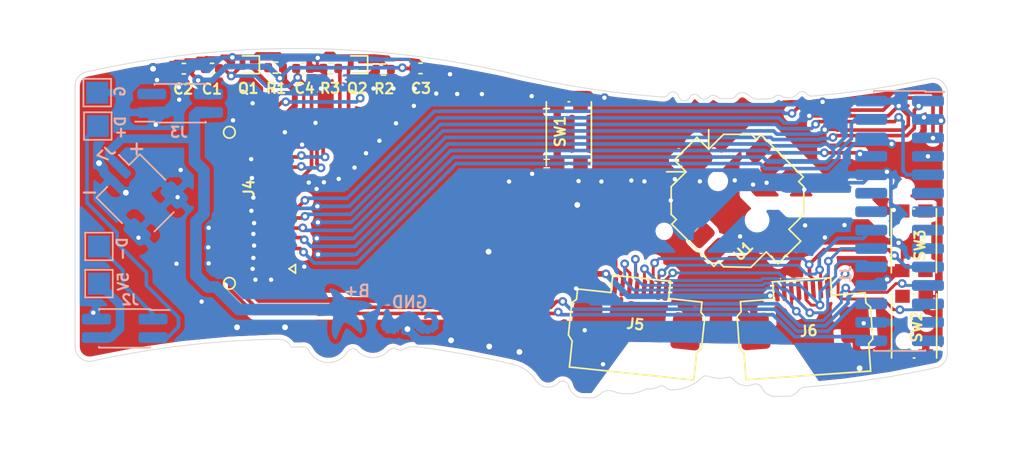
<source format=kicad_pcb>
(kicad_pcb (version 20171130) (host pcbnew 5.1.12-84ad8e8a86~92~ubuntu21.10.1)
  (layers (0 F.Cu signal) (31 B.Cu signal) (34 B.Paste user) (35 F.Paste user) (36 B.SilkS user) (37 F.SilkS user) (38 B.Mask user) (39 F.Mask user) (44 Edge.Cuts user))
  (net 0 "")
  (net 1 "Net-(J4-Pad9)")
  (net 2 "Net-(J4-Pad2)")
  (net 3 "Net-(J4-Pad1)")
  (net 4 /LCD_PWR_EN)
  (net 5 /EN)
  (net 6 GND)
  (net 7 /IO0)
  (net 8 /LCD_BL_EN)
  (net 9 /I2C_SCL)
  (net 10 /I2C_SDA)
  (net 11 /G0)
  (net 12 /G1)
  (net 13 /G3)
  (net 14 /JOYL)
  (net 15 /G2)
  (net 16 /JOYR)
  (net 17 /BTN3)
  (net 18 /JOYD)
  (net 19 /JOYC)
  (net 20 /JOYU)
  (net 21 /LCD_RST)
  (net 22 /LCD_CLK)
  (net 23 /LCD_CS)
  (net 24 /LCD_DIN)
  (net 25 /LCD_DC)
  (net 26 /LCD_BL_A)
  (net 27 /LCD_BL_C)
  (net 28 /DISPLAY_3V3)
  (net 29 /3V3)
  (net 30 /BATTERY+)
  (net 31 "Net-(J3-Pad3)")
  (net 32 /VBUS)
  (net 33 /D+)
  (net 34 /D-)
  (module tilda6:art-gold-fish (layer B.Cu) (at 112.05 103.75 270)
    (fp_text reference G*** hide)
    (fp_text value LOGO hide)
  )
  (module tilda6:art-plus-star (layer B.Cu) (at 118.375 116.475 270)
    (fp_text reference TP1 hide)
    (fp_text value TestPoint)
    (fp_poly (pts (xy 0.110258 1.942152) (xy 0.146328 1.917119) (xy 0.167821 1.863692) (xy 0.176347 1.763853) (xy 0.173512 1.599584) (xy 0.161672 1.365902) (xy 0.151021 1.094263) (xy 0.154377 0.904276) (xy 0.171489 0.803303) (xy 0.181256 0.789977) (xy 0.253899 0.78483) (xy 0.389379 0.803932) (xy 0.515911 0.832567) (xy 0.807603 0.89171) (xy 1.068915 0.9005) (xy 1.355131 0.860177) (xy 1.393212 0.852217) (xy 1.593307 0.791718) (xy 1.725107 0.716671) (xy 1.782024 0.637459) (xy 1.757471 0.564461) (xy 1.644861 0.508059) (xy 1.616207 0.500804) (xy 1.486688 0.459125) (xy 1.317412 0.389441) (xy 1.219946 0.343683) (xy 1.059664 0.267741) (xy 0.92106 0.207928) (xy 0.86404 0.186905) (xy 0.742681 0.122072) (xy 0.67968 0.067272) (xy 0.638802 0.009063) (xy 0.635315 -0.056706) (xy 0.673343 -0.159669) (xy 0.726475 -0.268951) (xy 0.825792 -0.430548) (xy 0.968927 -0.620313) (xy 1.125996 -0.798826) (xy 1.135836 -0.808957) (xy 1.274656 -0.95304) (xy 1.352025 -1.044505) (xy 1.377091 -1.101558) (xy 1.359001 -1.142402) (xy 1.319946 -1.175382) (xy 1.183925 -1.223021) (xy 0.992622 -1.218921) (xy 0.771783 -1.169945) (xy 0.547155 -1.082955) (xy 0.344487 -0.964812) (xy 0.254136 -0.891315) (xy 0.122651 -0.8096) (xy 0 -0.82) (xy -0.115588 -0.924349) (xy -0.225884 -1.124476) (xy -0.332658 -1.422214) (xy -0.364307 -1.530984) (xy -0.422731 -1.71743) (xy -0.479655 -1.860009) (xy -0.525663 -1.936427) (xy -0.538529 -1.943484) (xy -0.588787 -1.901504) (xy -0.661171 -1.792041) (xy -0.73164 -1.655984) (xy -0.795072 -1.504274) (xy -0.838137 -1.35362) (xy -0.866379 -1.174701) (xy -0.885338 -0.938196) (xy -0.892264 -0.80633) (xy -0.911582 -0.514292) (xy -0.937698 -0.316527) (xy -0.971461 -0.207489) (xy -0.987013 -0.187708) (xy -1.046283 -0.108769) (xy -1.055054 -0.072949) (xy -1.090826 -0.011638) (xy -1.18341 0.086915) (xy -1.280496 0.173786) (xy -1.527915 0.440225) (xy -1.687594 0.750078) (xy -1.727925 0.894016) (xy -1.734438 1.01343) (xy -1.683842 1.057201) (xy -1.572838 1.025727) (xy -1.415795 0.931516) (xy -1.180749 0.824975) (xy -1.019989 0.806516) (xy -0.902962 0.810767) (xy -0.826671 0.837344) (xy -0.765683 0.906982) (xy -0.694565 1.040416) (xy -0.669096 1.092606) (xy -0.566166 1.27248) (xy -0.433504 1.459718) (xy -0.28663 1.637401) (xy -0.141068 1.788608) (xy -0.01234 1.89642) (xy 0.084033 1.943914) (xy 0.110258 1.942152)) (layer B.Cu) (width 0.01))
    (pad 1 smd roundrect (at -0.33 0.39 270) (size 1 1) (layers B.Cu B.Mask) (net 30 /BATTERY+))
  )
  (module tilda6:art-minus-horse (layer B.Cu) (at 122.85 117.075 270)
    (fp_text reference TP2 hide)
    (fp_text value TestPoint)
    (fp_poly (pts (xy 0.284854 2.028882) (xy 0.295021 1.975) (xy 0.339742 1.915458) (xy 0.445021 1.9) (xy 0.552221 1.886547) (xy 0.591438 1.829358) (xy 0.595021 1.775) (xy 0.617954 1.677507) (xy 0.698084 1.650001) (xy 0.760461 1.639974) (xy 0.783464 1.592393) (xy 0.775507 1.481006) (xy 0.768293 1.430912) (xy 0.757783 1.268551) (xy 0.784066 1.182776) (xy 0.79023 1.177961) (xy 0.843872 1.102052) (xy 0.835717 1.012556) (xy 0.774706 0.95455) (xy 0.745021 0.95) (xy 0.659352 0.92588) (xy 0.658792 0.867745) (xy 0.732521 0.804005) (xy 0.77607 0.769517) (xy 0.738619 0.754537) (xy 0.657521 0.751521) (xy 0.544553 0.739152) (xy 0.500672 0.68946) (xy 0.495021 0.625) (xy 0.512136 0.531035) (xy 0.545021 0.5) (xy 0.593568 0.538049) (xy 0.595021 0.55) (xy 0.627913 0.598754) (xy 0.704167 0.593376) (xy 0.790145 0.54354) (xy 0.843066 0.478653) (xy 0.882683 0.352365) (xy 0.893834 0.194818) (xy 0.881097 0.027565) (xy 0.849055 -0.127843) (xy 0.802286 -0.249852) (xy 0.74537 -0.316911) (xy 0.682889 -0.307468) (xy 0.67714 -0.302119) (xy 0.581093 -0.251074) (xy 0.491204 -0.265458) (xy 0.445687 -0.337389) (xy 0.445021 -0.35) (xy 0.476284 -0.431439) (xy 0.520021 -0.45) (xy 0.586589 -0.474962) (xy 0.595021 -0.496163) (xy 0.624711 -0.560629) (xy 0.69869 -0.664511) (xy 0.726057 -0.698055) (xy 0.806474 -0.801078) (xy 0.826224 -0.865136) (xy 0.791834 -0.925331) (xy 0.772406 -0.947364) (xy 0.716326 -1.020509) (xy 0.731265 -1.062693) (xy 0.769518 -1.086721) (xy 0.818626 -1.163135) (xy 0.817446 -1.277021) (xy 0.773254 -1.384087) (xy 0.71231 -1.434877) (xy 0.66859 -1.471536) (xy 0.704773 -1.536751) (xy 0.733789 -1.599169) (xy 0.695541 -1.664288) (xy 0.63105 -1.72029) (xy 0.538324 -1.818529) (xy 0.49538 -1.911935) (xy 0.495021 -1.918773) (xy 0.480728 -1.974856) (xy 0.420351 -1.990611) (xy 0.300152 -1.975866) (xy 0.153511 -1.965878) (xy 0.074833 -1.992802) (xy 0.072201 -1.996472) (xy -0.00718 -2.047223) (xy -0.115574 -2.015846) (xy -0.195021 -1.94917) (xy -0.316442 -1.873155) (xy -0.409469 -1.86167) (xy -0.492232 -1.856894) (xy -0.531321 -1.799992) (xy -0.546206 -1.7) (xy -0.584218 -1.54925) (xy -0.653558 -1.427326) (xy -0.655917 -1.424746) (xy -0.705877 -1.363881) (xy -0.711467 -1.311955) (xy -0.663602 -1.242603) (xy -0.554686 -1.130939) (xy -0.413076 -1.01027) (xy -0.309006 -0.963983) (xy -0.282475 -0.967123) (xy -0.216031 -1.033532) (xy -0.213607 -1.124205) (xy -0.254979 -1.175) (xy -0.298679 -1.252171) (xy -0.297769 -1.367981) (xy -0.255563 -1.473299) (xy -0.233246 -1.497289) (xy -0.122902 -1.53827) (xy 0.020954 -1.535809) (xy 0.150922 -1.495474) (xy 0.209841 -1.445238) (xy 0.234388 -1.318464) (xy 0.185798 -1.160227) (xy 0.077261 -0.989535) (xy -0.078032 -0.825397) (xy -0.266889 -0.68682) (xy -0.346112 -0.644137) (xy -0.466483 -0.552187) (xy -0.578187 -0.40966) (xy -0.671246 -0.240185) (xy -0.735682 -0.067391) (xy -0.761517 0.085095) (xy -0.738775 0.193642) (xy -0.711438 0.221009) (xy -0.670818 0.285329) (xy -0.639531 0.389743) (xy -0.589165 0.504298) (xy -0.48996 0.647401) (xy -0.408073 0.740841) (xy -0.266736 0.908339) (xy -0.213511 1.035007) (xy -0.249422 1.129162) (xy -0.375489 1.199118) (xy -0.467759 1.226401) (xy -0.566908 1.263892) (xy -0.60498 1.301448) (xy -0.648034 1.339308) (xy -0.751914 1.374319) (xy -0.754979 1.375) (xy -0.862039 1.41259) (xy -0.899779 1.480206) (xy -0.881578 1.606434) (xy -0.875021 1.63155) (xy -0.837927 1.698808) (xy -0.75481 1.738185) (xy -0.599288 1.761834) (xy -0.590318 1.762708) (xy -0.441358 1.786758) (xy -0.34 1.821413) (xy -0.315427 1.843659) (xy -0.257742 1.882506) (xy -0.14345 1.899931) (xy -0.135369 1.900001) (xy 0.010725 1.922624) (xy 0.122964 1.97341) (xy 0.231136 2.039637) (xy 0.284854 2.028882)) (layer B.Cu) (width 0.01))
    (pad 1 smd roundrect (at -0.03 0.17 270) (size 1 1) (layers B.Cu B.Mask) (net 6 GND))
  )
  (module tilda6:art-tr-f5 (layer B.Cu) (at 117.775 100.525 270)
    (fp_text reference G*** hide)
    (fp_text value LOGO hide)
    (fp_poly (pts (xy 0.6 0.172898) (xy 0.599999 -0.654204) (xy 0.4375 -0.875152) (xy 0.275 -1.096099) (xy -0.139886 -1.098049) (xy -0.554772 -1.1) (xy -0.539886 -0.788002) (xy -0.526493 -0.611552) (xy -0.502533 -0.512234) (xy -0.460477 -0.467225) (xy -0.431014 -0.458086) (xy -0.371262 -0.458394) (xy -0.35492 -0.50789) (xy -0.370779 -0.620084) (xy -0.385341 -0.741167) (xy -0.362782 -0.792284) (xy -0.322585 -0.8) (xy -0.244957 -0.758008) (xy -0.214488 -0.7) (xy -0.170176 -0.612388) (xy -0.117877 -0.619775) (xy -0.071898 -0.719676) (xy -0.070533 -0.725) (xy -0.023256 -0.818824) (xy 0.03042 -0.85) (xy 0.08908 -0.811942) (xy 0.091977 -0.713341) (xy 0.045367 -0.591344) (xy 0.015767 -0.484) (xy 0.048552 -0.431755) (xy 0.118741 -0.451838) (xy 0.16875 -0.50625) (xy 0.24482 -0.581973) (xy 0.30097 -0.569029) (xy 0.315435 -0.496792) (xy 0.251434 -0.388179) (xy 0.166492 -0.255741) (xy 0.163899 -0.17728) (xy 0.243638 -0.150064) (xy 0.25 -0.15) (xy 0.335203 -0.125025) (xy 0.347288 -0.067935) (xy 0.293972 -0.005479) (xy 0.197174 0.033066) (xy 0.044349 0.063631) (xy 0.181845 0.207145) (xy 0.26742 0.311952) (xy 0.280253 0.380443) (xy 0.260851 0.409149) (xy 0.195614 0.437313) (xy 0.111391 0.385305) (xy 0.109744 0.383819) (xy 0.035793 0.326052) (xy -0.030242 0.312273) (xy -0.110865 0.349877) (xy -0.228576 0.446262) (xy -0.3125 0.522606) (xy -0.467025 0.684136) (xy -0.540769 0.81293) (xy -0.55 0.870621) (xy -0.55 1) (xy 0.6 1) (xy 0.6 0.172898)) (layer B.Cu) (width 0.01))
  )
  (module TestPoint:TestPoint_Pad_1.5x1.5mm (layer B.Cu) (at 101.48 111.86 90)
    (fp_text reference TP5 hide)
    (fp_text value TestPoint)
    (pad 1 smd rect (at 0 0 90) (size 1.5 1.5) (layers B.Cu B.Mask) (net 34 /D-))
  )
  (module TestPoint:TestPoint_Pad_1.5x1.5mm (layer B.Cu) (at 101.4 103.57 90)
    (fp_text reference TP3 hide)
    (fp_text value TestPoint)
    (pad 1 smd rect (at 0 0 90) (size 1.5 1.5) (layers B.Cu B.Mask) (net 33 /D+))
  )
  (module TestPoint:TestPoint_Pad_1.5x1.5mm (layer B.Cu) (at 101.36 101.27 90)
    (fp_text reference TP6 hide)
    (fp_text value TestPoint)
    (pad 1 smd rect (at 0 0 90) (size 1.5 1.5) (layers B.Cu B.Mask) (net 6 GND))
  )
  (module TestPoint:TestPoint_Pad_1.5x1.5mm (layer B.Cu) (at 101.48 114.42 90)
    (fp_text reference TP4 hide)
    (fp_text value TestPoint)
    (pad 1 smd rect (at 0 0 90) (size 1.5 1.5) (layers B.Cu B.Mask) (net 32 /VBUS))
  )
  (module Button_Switch_SMD:SW_Push_1P1T_NO_CK_KMR2 (layer F.Cu) (at 157.53 111.47 270)
    (fp_text reference SW3 hide)
    (fp_text value SW_Push)
    (fp_text user %R (at 0.305 -0.42 90) (layer F.SilkS) (effects (font (size 0.7 0.7))))
    (pad 2 smd rect (at 2.05 0.8 270) (size 0.9 1) (layers F.Cu F.Paste F.Mask) (net 6 GND))
    (pad 1 smd rect (at 2.05 -0.8 270) (size 0.9 1) (layers F.Cu F.Paste F.Mask) (net 7 /IO0))
    (pad 2 smd rect (at -2.05 0.8 270) (size 0.9 1) (layers F.Cu F.Paste F.Mask) (net 6 GND))
    (pad 1 smd rect (at -2.05 -0.8 270) (size 0.9 1) (layers F.Cu F.Paste F.Mask) (net 7 /IO0))
  )
  (module Button_Switch_SMD:SW_Push_1P1T_NO_CK_KMR2 (layer F.Cu) (at 157.55 117.34 90)
    (fp_text reference SW2 hide)
    (fp_text value SW_Push)
    (fp_text user %R (at -0.06 0.175 90) (layer F.SilkS) (effects (font (size 0.7 0.7))))
    (pad 2 smd rect (at 2.05 0.8 90) (size 0.9 1) (layers F.Cu F.Paste F.Mask) (net 6 GND))
    (pad 1 smd rect (at 2.05 -0.8 90) (size 0.9 1) (layers F.Cu F.Paste F.Mask) (net 5 /EN))
    (pad 2 smd rect (at -2.05 0.8 90) (size 0.9 1) (layers F.Cu F.Paste F.Mask) (net 6 GND))
    (pad 1 smd rect (at -2.05 -0.8 90) (size 0.9 1) (layers F.Cu F.Paste F.Mask) (net 5 /EN))
  )
  (module corelib:ER-TFT-1.14 (layer F.Cu) (at 113.45 109.2)
    (fp_text reference J4 (at -1.65 -1.35 90) (layer F.SilkS) (effects (font (size 0.7 0.7))))
    (fp_text value Conn_01x13)
    (pad 13 smd roundrect (at 0 -4.2) (size 1.7 0.35) (layers F.Cu F.Paste F.Mask) (net 6 GND))
    (pad 12 smd roundrect (at 0 -3.5) (size 1.7 0.35) (layers F.Cu F.Paste F.Mask) (net 26 /LCD_BL_A))
    (pad 11 smd roundrect (at 0 -2.8) (size 1.7 0.35) (layers F.Cu F.Paste F.Mask) (net 27 /LCD_BL_C))
    (pad 10 smd roundrect (at 0 -2.1) (size 1.7 0.35) (layers F.Cu F.Paste F.Mask) (net 28 /DISPLAY_3V3))
    (pad 9 smd roundrect (at 0 -1.4) (size 1.7 0.35) (layers F.Cu F.Paste F.Mask) (net 1 "Net-(J4-Pad9)"))
    (pad 8 smd roundrect (at 0 -0.7) (size 1.7 0.35) (layers F.Cu F.Paste F.Mask) (net 6 GND))
    (pad 7 smd roundrect (at 0 0) (size 1.7 0.35) (layers F.Cu F.Paste F.Mask) (net 23 /LCD_CS))
    (pad 6 smd roundrect (at 0 0.7) (size 1.7 0.35) (layers F.Cu F.Paste F.Mask) (net 21 /LCD_RST))
    (pad 5 smd roundrect (at 0 1.4) (size 1.7 0.35) (layers F.Cu F.Paste F.Mask) (net 25 /LCD_DC))
    (pad 4 smd roundrect (at 0 2.1) (size 1.7 0.35) (layers F.Cu F.Paste F.Mask) (net 22 /LCD_CLK))
    (pad 3 smd roundrect (at 0 2.8) (size 1.7 0.35) (layers F.Cu F.Paste F.Mask) (net 24 /LCD_DIN))
    (pad 2 smd roundrect (at 0 3.5) (size 1.7 0.35) (layers F.Cu F.Paste F.Mask) (net 2 "Net-(J4-Pad2)"))
    (pad 1 smd roundrect (at 0 4.2) (size 1.7 0.35) (layers F.Cu F.Paste F.Mask) (net 3 "Net-(J4-Pad1)"))
  )
  (module Connector_JST:JST_SH_SM02B-SRSS-TB_1x02-1MP_P1.00mm_Horizontal (layer B.Cu) (at 104.06066 108.267767 225)
    (fp_text reference J7 (at -0.5 3.414213 45) (layer B.SilkS) (effects (font (size 0.7 0.7)) (justify mirror)))
    (fp_text value Conn_01x02_Female)
    (pad 2 smd roundrect (at 1.8 -1.875 225) (size 1.2 1.8) (layers B.Cu B.Paste B.Mask) (roundrect_rratio 0.208) (net 6 GND))
    (pad 2 smd roundrect (at -1.8 -1.875 225) (size 1.2 1.8) (layers B.Cu B.Paste B.Mask) (roundrect_rratio 0.208) (net 6 GND))
    (pad 2 smd roundrect (at 0.5 2 225) (size 0.6 1.55) (layers B.Cu B.Paste B.Mask) (net 6 GND))
    (pad 1 smd roundrect (at -0.5 2 225) (size 0.6 1.55) (layers B.Cu B.Paste B.Mask) (net 30 /BATTERY+))
  )
  (module Button_Switch_SMD:SW_Push_1P1T_NO_CK_KMR2 (layer F.Cu) (at 133.8 104.1 270)
    (fp_text reference SW1 (at -0.15 0.6 90) (layer F.SilkS) (effects (font (size 0.7 0.7))))
    (fp_text value SW_Push)
    (pad 2 smd rect (at 2.05 0.8 270) (size 0.9 1) (layers F.Cu F.Paste F.Mask) (net 6 GND))
    (pad 1 smd rect (at 2.05 -0.8 270) (size 0.9 1) (layers F.Cu F.Paste F.Mask) (net 17 /BTN3))
    (pad 2 smd rect (at -2.05 0.8 270) (size 0.9 1) (layers F.Cu F.Paste F.Mask) (net 6 GND))
    (pad 1 smd rect (at -2.05 -0.8 270) (size 0.9 1) (layers F.Cu F.Paste F.Mask) (net 17 /BTN3))
  )
  (module tilda6:XUNPU_FPC-05F-8PH20 (layer F.Cu) (at 150.04 117.45 4)
    (fp_text reference J6 (at 0.233347 0.246879 4) (layer F.SilkS) (effects (font (size 0.7 0.7))))
    (fp_text value Conn_01x08)
    (pad 2 smd roundrect (at 3.44 0.015 4) (size 2 2.5) (layers F.Cu F.Paste F.Mask) (roundrect_rratio 0.15) (net 6 GND))
    (pad 2 smd roundrect (at -3.44 0.015 4) (size 2 2.5) (layers F.Cu F.Paste F.Mask) (roundrect_rratio 0.15) (net 6 GND))
    (pad 8 smd roundrect (at 1.75 -2.56 4) (size 0.3 1.25) (layers F.Cu F.Paste F.Mask) (net 13 /G3))
    (pad 7 smd roundrect (at 1.25 -2.56 4) (size 0.3 1.25) (layers F.Cu F.Paste F.Mask) (net 15 /G2))
    (pad 6 smd roundrect (at 0.75 -2.56 4) (size 0.3 1.25) (layers F.Cu F.Paste F.Mask) (net 12 /G1))
    (pad 5 smd roundrect (at 0.25 -2.56 4) (size 0.3 1.25) (layers F.Cu F.Paste F.Mask) (net 11 /G0))
    (pad 4 smd roundrect (at -0.25 -2.56 4) (size 0.3 1.25) (layers F.Cu F.Paste F.Mask) (net 9 /I2C_SCL))
    (pad 3 smd roundrect (at -0.75 -2.56 4) (size 0.3 1.25) (layers F.Cu F.Paste F.Mask) (net 10 /I2C_SDA))
    (pad 2 smd roundrect (at -1.25 -2.56 4) (size 0.3 1.25) (layers F.Cu F.Paste F.Mask) (net 6 GND))
    (pad 1 smd roundrect (at -1.75 -2.56 4) (size 0.3 1.25) (layers F.Cu F.Paste F.Mask) (net 29 /3V3))
  )
  (module tilda6:XUNPU_FPC-05F-8PH20 (layer F.Cu) (at 138.46 117.33 354)
    (fp_text reference J5 (at -0.09106 -0.101035 174) (layer F.SilkS) (effects (font (size 0.7 0.7))))
    (fp_text value Conn_01x08)
    (pad 2 smd roundrect (at 3.44 0.015 354) (size 2 2.5) (layers F.Cu F.Paste F.Mask) (roundrect_rratio 0.15) (net 6 GND))
    (pad 2 smd roundrect (at -3.44 0.015 354) (size 2 2.5) (layers F.Cu F.Paste F.Mask) (roundrect_rratio 0.15) (net 6 GND))
    (pad 8 smd roundrect (at 1.75 -2.56 354) (size 0.3 1.25) (layers F.Cu F.Paste F.Mask) (net 13 /G3))
    (pad 7 smd roundrect (at 1.25 -2.56 354) (size 0.3 1.25) (layers F.Cu F.Paste F.Mask) (net 15 /G2))
    (pad 6 smd roundrect (at 0.75 -2.56 354) (size 0.3 1.25) (layers F.Cu F.Paste F.Mask) (net 12 /G1))
    (pad 5 smd roundrect (at 0.25 -2.56 354) (size 0.3 1.25) (layers F.Cu F.Paste F.Mask) (net 11 /G0))
    (pad 4 smd roundrect (at -0.25 -2.56 354) (size 0.3 1.25) (layers F.Cu F.Paste F.Mask) (net 9 /I2C_SCL))
    (pad 3 smd roundrect (at -0.75 -2.56 354) (size 0.3 1.25) (layers F.Cu F.Paste F.Mask) (net 10 /I2C_SDA))
    (pad 2 smd roundrect (at -1.25 -2.56 354) (size 0.3 1.25) (layers F.Cu F.Paste F.Mask) (net 6 GND))
    (pad 1 smd roundrect (at -1.75 -2.56 354) (size 0.3 1.25) (layers F.Cu F.Paste F.Mask) (net 29 /3V3))
  )
  (module Capacitor_SMD:C_0402_1005Metric (layer F.Cu) (at 115.525 99.6)
    (fp_text reference C4 (at 0.1 1.375) (layer F.SilkS) (effects (font (size 0.7 0.7))))
    (fp_text value 10n)
    (pad 2 smd roundrect (at 0.48 0) (size 0.56 0.62) (layers F.Cu F.Paste F.Mask) (net 6 GND))
    (pad 1 smd roundrect (at -0.48 0) (size 0.56 0.62) (layers F.Cu F.Paste F.Mask) (net 28 /DISPLAY_3V3))
  )
  (module Capacitor_SMD:C_0402_1005Metric (layer F.Cu) (at 123.595 99.6)
    (fp_text reference C3 (at 0.03 1.375) (layer F.SilkS) (effects (font (size 0.7 0.7))))
    (fp_text value 10n)
    (pad 2 smd roundrect (at 0.48 0) (size 0.56 0.62) (layers F.Cu F.Paste F.Mask) (net 6 GND))
    (pad 1 smd roundrect (at -0.48 0) (size 0.56 0.62) (layers F.Cu F.Paste F.Mask) (net 29 /3V3))
  )
  (module Capacitor_SMD:C_0402_1005Metric (layer F.Cu) (at 107.32 99.62 180)
    (fp_text reference C2 (at 0.045 -1.405) (layer F.SilkS) (effects (font (size 0.7 0.7))))
    (fp_text value 1u)
    (pad 2 smd roundrect (at 0.48 0 180) (size 0.56 0.62) (layers F.Cu F.Paste F.Mask) (net 6 GND))
    (pad 1 smd roundrect (at -0.48 0 180) (size 0.56 0.62) (layers F.Cu F.Paste F.Mask) (net 29 /3V3))
  )
  (module Capacitor_SMD:C_0402_1005Metric (layer F.Cu) (at 109.26 99.61 180)
    (fp_text reference C1 (at 0.01 -1.415) (layer F.SilkS) (effects (font (size 0.7 0.7))))
    (fp_text value 1u)
    (pad 2 smd roundrect (at 0.48 0 180) (size 0.56 0.62) (layers F.Cu F.Paste F.Mask) (net 6 GND))
    (pad 1 smd roundrect (at -0.48 0 180) (size 0.56 0.62) (layers F.Cu F.Paste F.Mask) (net 28 /DISPLAY_3V3))
  )
  (module Connector_PinHeader_1.27mm:PinHeader_2x14_P1.27mm_Vertical_SMD (layer B.Cu) (at 156.55 110.1 180)
    (fp_text reference J1 (at 3.7 -3.675 270) (layer B.SilkS) (effects (font (size 0.7 0.7)) (justify mirror)))
    (fp_text value Conn_02x14_Odd_Even)
    (pad 28 smd roundrect (at 1.95 -8.255 180) (size 2.2 0.74) (layers B.Cu B.Paste B.Mask) (net 4 /LCD_PWR_EN))
    (pad 27 smd roundrect (at -1.95 -8.255 180) (size 2.2 0.74) (layers B.Cu B.Paste B.Mask) (net 5 /EN))
    (pad 26 smd roundrect (at 1.95 -6.985 180) (size 2.2 0.74) (layers B.Cu B.Paste B.Mask) (net 6 GND))
    (pad 25 smd roundrect (at -1.95 -6.985 180) (size 2.2 0.74) (layers B.Cu B.Paste B.Mask) (net 7 /IO0))
    (pad 24 smd roundrect (at 1.95 -5.715 180) (size 2.2 0.74) (layers B.Cu B.Paste B.Mask) (net 8 /LCD_BL_EN))
    (pad 23 smd roundrect (at -1.95 -5.715 180) (size 2.2 0.74) (layers B.Cu B.Paste B.Mask) (net 9 /I2C_SCL))
    (pad 22 smd roundrect (at 1.95 -4.445 180) (size 2.2 0.74) (layers B.Cu B.Paste B.Mask) (net 6 GND))
    (pad 21 smd roundrect (at -1.95 -4.445 180) (size 2.2 0.74) (layers B.Cu B.Paste B.Mask) (net 10 /I2C_SDA))
    (pad 20 smd roundrect (at 1.95 -3.175 180) (size 2.2 0.74) (layers B.Cu B.Paste B.Mask) (net 11 /G0))
    (pad 19 smd roundrect (at -1.95 -3.175 180) (size 2.2 0.74) (layers B.Cu B.Paste B.Mask) (net 12 /G1))
    (pad 18 smd roundrect (at 1.95 -1.905 180) (size 2.2 0.74) (layers B.Cu B.Paste B.Mask) (net 13 /G3))
    (pad 17 smd roundrect (at -1.95 -1.905 180) (size 2.2 0.74) (layers B.Cu B.Paste B.Mask) (net 14 /JOYL))
    (pad 16 smd roundrect (at 1.95 -0.635 180) (size 2.2 0.74) (layers B.Cu B.Paste B.Mask) (net 15 /G2))
    (pad 15 smd roundrect (at -1.95 -0.635 180) (size 2.2 0.74) (layers B.Cu B.Paste B.Mask) (net 16 /JOYR))
    (pad 14 smd roundrect (at 1.95 0.635 180) (size 2.2 0.74) (layers B.Cu B.Paste B.Mask) (net 17 /BTN3))
    (pad 13 smd roundrect (at -1.95 0.635 180) (size 2.2 0.74) (layers B.Cu B.Paste B.Mask) (net 18 /JOYD))
    (pad 12 smd roundrect (at 1.95 1.905 180) (size 2.2 0.74) (layers B.Cu B.Paste B.Mask) (net 19 /JOYC))
    (pad 11 smd roundrect (at -1.95 1.905 180) (size 2.2 0.74) (layers B.Cu B.Paste B.Mask) (net 20 /JOYU))
    (pad 10 smd roundrect (at 1.95 3.175 180) (size 2.2 0.74) (layers B.Cu B.Paste B.Mask) (net 6 GND))
    (pad 9 smd roundrect (at -1.95 3.175 180) (size 2.2 0.74) (layers B.Cu B.Paste B.Mask) (net 21 /LCD_RST))
    (pad 8 smd roundrect (at 1.95 4.445 180) (size 2.2 0.74) (layers B.Cu B.Paste B.Mask) (net 22 /LCD_CLK))
    (pad 7 smd roundrect (at -1.95 4.445 180) (size 2.2 0.74) (layers B.Cu B.Paste B.Mask) (net 6 GND))
    (pad 6 smd roundrect (at 1.95 5.715 180) (size 2.2 0.74) (layers B.Cu B.Paste B.Mask) (net 6 GND))
    (pad 5 smd roundrect (at -1.95 5.715 180) (size 2.2 0.74) (layers B.Cu B.Paste B.Mask) (net 23 /LCD_CS))
    (pad 4 smd roundrect (at 1.95 6.985 180) (size 2.2 0.74) (layers B.Cu B.Paste B.Mask) (net 24 /LCD_DIN))
    (pad 3 smd roundrect (at -1.95 6.985 180) (size 2.2 0.74) (layers B.Cu B.Paste B.Mask) (net 6 GND))
    (pad 2 smd roundrect (at 1.95 8.255 180) (size 2.2 0.74) (layers B.Cu B.Paste B.Mask) (net 6 GND))
    (pad 1 smd roundrect (at -1.95 8.255 180) (size 2.2 0.74) (layers B.Cu B.Paste B.Mask) (net 25 /LCD_DC))
  )
  (module Connector_PinHeader_1.27mm:PinHeader_2x02_P1.27mm_Vertical_SMD (layer B.Cu) (at 103.25 117.5 180)
    (fp_text reference J2 (at -0.38 1.97 180) (layer B.SilkS) (effects (font (size 0.7 0.7)) (justify mirror)))
    (fp_text value Conn_02x02_Odd_Even)
    (pad 4 smd roundrect (at 1.95 -0.635 180) (size 2 0.74) (layers B.Cu B.Paste B.Mask) (net 32 /VBUS))
    (pad 3 smd roundrect (at -1.95 -0.635 180) (size 2 0.74) (layers B.Cu B.Paste B.Mask) (net 33 /D+))
    (pad 2 smd roundrect (at 1.95 0.635 180) (size 2 0.74) (layers B.Cu B.Paste B.Mask) (net 6 GND))
    (pad 1 smd roundrect (at -1.95 0.635 180) (size 2 0.74) (layers B.Cu B.Paste B.Mask) (net 34 /D-))
  )
  (module Connector_PinHeader_1.27mm:PinHeader_2x02_P1.27mm_Vertical_SMD (layer B.Cu) (at 107.062 102)
    (fp_text reference J3 (at -0.087 2 180) (layer B.SilkS) (effects (font (size 0.7 0.7)) (justify mirror)))
    (fp_text value Conn_02x02_Odd_Even)
    (pad 4 smd roundrect (at 1.95 -0.635) (size 2 0.74) (layers B.Cu B.Paste B.Mask) (net 29 /3V3))
    (pad 3 smd roundrect (at -1.95 -0.635) (size 2 0.74) (layers B.Cu B.Paste B.Mask) (net 31 "Net-(J3-Pad3)"))
    (pad 2 smd roundrect (at 1.95 0.635) (size 2 0.74) (layers B.Cu B.Paste B.Mask) (net 30 /BATTERY+))
    (pad 1 smd roundrect (at -1.95 0.635) (size 2 0.74) (layers B.Cu B.Paste B.Mask) (net 6 GND))
  )
  (module Resistor_SMD:R_0402_1005Metric (layer F.Cu) (at 117.425 99.6 180)
    (fp_text reference R3 (at 0.05 -1.375) (layer F.SilkS) (effects (font (size 0.7 0.7))))
    (fp_text value 47R)
    (pad 2 smd roundrect (at 0.51 0 180) (size 0.54 0.64) (layers F.Cu F.Paste F.Mask) (net 6 GND))
    (pad 1 smd roundrect (at -0.51 0 180) (size 0.54 0.64) (layers F.Cu F.Paste F.Mask) (net 27 /LCD_BL_C))
  )
  (module Resistor_SMD:R_0402_1005Metric (layer F.Cu) (at 121.05 99.675 180)
    (fp_text reference R2 (at -0.05 -1.325) (layer F.SilkS) (effects (font (size 0.7 0.7))))
    (fp_text value 10k)
    (pad 2 smd roundrect (at 0.51 0 180) (size 0.54 0.64) (layers F.Cu F.Paste F.Mask) (net 8 /LCD_BL_EN))
    (pad 1 smd roundrect (at -0.51 0 180) (size 0.54 0.64) (layers F.Cu F.Paste F.Mask) (net 29 /3V3))
  )
  (module Resistor_SMD:R_0402_1005Metric (layer F.Cu) (at 113.625 99.55 180)
    (fp_text reference R1 (at -0.05 -1.425) (layer F.SilkS) (effects (font (size 0.7 0.7))))
    (fp_text value 10k)
    (pad 2 smd roundrect (at 0.51 0 180) (size 0.54 0.64) (layers F.Cu F.Paste F.Mask) (net 4 /LCD_PWR_EN))
    (pad 1 smd roundrect (at -0.51 0 180) (size 0.54 0.64) (layers F.Cu F.Paste F.Mask) (net 29 /3V3))
  )
  (module Package_TO_SOT_SMD:SOT-883 (layer F.Cu) (at 119.15 99.35 180)
    (fp_text reference Q2 (at -0.1 -1.625) (layer F.SilkS) (effects (font (size 0.7 0.7))))
    (fp_text value LP0404N3T5G)
    (pad 3 smd roundrect (at 0.35 0 180) (size 0.4 0.7) (layers F.Cu F.Paste F.Mask) (roundrect_rratio 0.125) (net 26 /LCD_BL_A))
    (pad 2 smd roundrect (at -0.35 0.225 180) (size 0.4 0.25) (layers F.Cu F.Paste F.Mask) (roundrect_rratio 0.2) (net 29 /3V3))
    (pad 1 smd roundrect (at -0.35 -0.225 180) (size 0.4 0.25) (layers F.Cu F.Paste F.Mask) (roundrect_rratio 0.2) (net 8 /LCD_BL_EN))
  )
  (module Package_TO_SOT_SMD:SOT-883 (layer F.Cu) (at 111.7 99.35 180)
    (fp_text reference Q1 (at -0.05 -1.625) (layer F.SilkS) (effects (font (size 0.7 0.7))))
    (fp_text value LP0404N3T5G)
    (pad 3 smd roundrect (at 0.35 0 180) (size 0.4 0.7) (layers F.Cu F.Paste F.Mask) (roundrect_rratio 0.125) (net 28 /DISPLAY_3V3))
    (pad 2 smd roundrect (at -0.35 0.225 180) (size 0.4 0.25) (layers F.Cu F.Paste F.Mask) (roundrect_rratio 0.2) (net 29 /3V3))
    (pad 1 smd roundrect (at -0.35 -0.225 180) (size 0.4 0.25) (layers F.Cu F.Paste F.Mask) (roundrect_rratio 0.2) (net 4 /LCD_PWR_EN))
  )
  (module tilda6:JOYSTICK-5-WAY (layer F.Cu) (at 145.4 108.7 225)
    (fp_text reference U1 (at 2.174353 -2.740039 45) (layer F.SilkS) (effects (font (size 0.7 0.7))))
    (fp_text value 5-WAY-JOYSTICK)
    (pad 5 smd roundrect (at 0 -4.049999 225) (size 2 1.8) (layers F.Cu F.Paste F.Mask) (net 6 GND))
    (pad 5 smd roundrect (at 0 4.049999 225) (size 2 1.8) (layers F.Cu F.Paste F.Mask) (net 6 GND))
    (pad "" np_thru_hole circle (at 0 -1.9 225) (size 1.1 1.1) (drill 1.1) (layers *.Cu *.Mask))
    (pad "" np_thru_hole circle (at 0 1.9 225) (size 0.8 0.8) (drill 0.8) (layers *.Cu *.Mask))
    (pad 3 smd roundrect (at 3.425 -1.4 225) (size 1.65 1.1) (layers F.Cu F.Paste F.Mask) (net 14 /JOYL))
    (pad 1 smd roundrect (at 3.425 1.4 225) (size 1.65 1.1) (layers F.Cu F.Paste F.Mask) (net 20 /JOYU))
    (pad 6 smd roundrect (at -3.425 -1.4 225) (size 1.65 1.1) (layers F.Cu F.Paste F.Mask) (net 18 /JOYD))
    (pad 4 smd roundrect (at -3.425 1.4 225) (size 1.65 1.1) (layers F.Cu F.Paste F.Mask) (net 16 /JOYR))
    (pad 2 smd roundrect (at 3.425 0 225) (size 1.65 1.1) (layers F.Cu F.Paste F.Mask) (net 19 /JOYC))
    (pad 5 smd roundrect (at -3.425 0 225) (size 1.65 1.1) (layers F.Cu F.Paste F.Mask) (net 6 GND))
  )
  (gr_text GND (at 122.85 115.7) (layer B.SilkS) (effects (font (size 0.8 0.8)) (justify mirror)))
  (gr_text B+ (at 119.225 114.925) (layer B.SilkS) (effects (font (size 0.8 0.8)) (justify mirror)))
  (gr_text G (at 102.925 101.175 90) (layer B.SilkS) (effects (font (size 0.7 0.7)) (justify mirror)))
  (gr_text D+ (at 102.95 103.675 90) (layer B.SilkS) (effects (font (size 0.7 0.7)) (justify mirror)))
  (gr_text D- (at 103.075 112.025 90) (layer B.SilkS) (effects (font (size 0.7 0.7)) (justify mirror)))
  (gr_text 5V (at 103.15 114.275 90) (layer B.SilkS) (effects (font (size 0.7 0.7)) (justify mirror)))
  (gr_text - (at 100.825 108.075) (layer B.SilkS) (effects (font (size 1 1)) (justify mirror)))
  (gr_text + (at 104.075 105.075) (layer B.SilkS) (effects (font (size 1 1)) (justify mirror)))
  (gr_line (start 159.836 119.227) (end 159.836 101.279) (angle 90) (layer Edge.Cuts) (width 0.05))
  (gr_line (start 99.836 100.819) (end 99.836 118.767) (angle 90) (layer Edge.Cuts) (width 0.05))
  (gr_arc (start 158.836 119.227) (end 159.053 120.203) (angle -77.508) (layer Edge.Cuts) (width 0.05))
  (gr_arc (start 158.836 101.279) (end 159.836 101.279) (angle -102.089) (layer Edge.Cuts) (width 0.05))
  (gr_arc (start 100.836 100.819) (end 100.615 99.843) (angle -77.211) (layer Edge.Cuts) (width 0.05))
  (gr_arc (start 115.003 163.231) (end 130.008 99.987) (angle -26.136) (layer Edge.Cuts) (width 0.05))
  (gr_arc (start 100.836 118.767) (end 99.836 118.767) (angle -102.382) (layer Edge.Cuts) (width 0.05))
  (gr_arc (start 145.013 36.742) (end 130.008 99.987) (angle -9.161) (layer Edge.Cuts) (width 0.05))
  (gr_arc (start 140.297 101.17) (end 140.268 101.569) (angle -59.978) (layer Edge.Cuts) (width 0.05))
  (gr_arc (start 140.959 101.62) (end 141.348 101.527) (angle -132.448) (layer Edge.Cuts) (width 0.05))
  (gr_arc (start 141.737 101.435) (end 141.348 101.527) (angle -141.078) (layer Edge.Cuts) (width 0.05))
  (gr_arc (start 142.459 101.78) (end 142.788 101.553) (angle -119.808) (layer Edge.Cuts) (width 0.05))
  (gr_arc (start 143.117 101.326) (end 142.788 101.553) (angle -104.15) (layer Edge.Cuts) (width 0.05))
  (gr_arc (start 143.734 101.867) (end 144.008 101.548) (angle -89.514) (layer Edge.Cuts) (width 0.05))
  (gr_arc (start 144.358 101.142) (end 144.008 101.548) (angle -40.75) (layer Edge.Cuts) (width 0.05))
  (gr_line (start 144.358 101.678) (end 144.928 101.678) (angle 90) (layer Edge.Cuts) (width 0.05))
  (gr_arc (start 144.928 101.268) (end 144.928 101.678) (angle -53.598) (layer Edge.Cuts) (width 0.05))
  (gr_arc (start 145.741 101.868) (end 146.168 101.446) (angle -98.979) (layer Edge.Cuts) (width 0.05))
  (gr_arc (start 146.832 100.791) (end 146.168 101.446) (angle -54.363) (layer Edge.Cuts) (width 0.05))
  (gr_line (start 146.978 101.713) (end 147.618 101.69) (angle 90) (layer Edge.Cuts) (width 0.05))
  (gr_arc (start 147.601 101.19) (end 147.618 101.69) (angle -42.025) (layer Edge.Cuts) (width 0.05))
  (gr_arc (start 148.212 101.823) (end 148.398 101.492) (angle -73.318) (layer Edge.Cuts) (width 0.05))
  (gr_arc (start 149.839 101.61) (end 150.167 101.355) (angle -103.067) (layer Edge.Cuts) (width 0.05))
  (gr_arc (start 150.483 101.11) (end 150.167 101.355) (angle -57.073) (layer Edge.Cuts) (width 0.05))
  (gr_arc (start 145.013 36.742) (end 150.517 101.509) (angle -7.232) (layer Edge.Cuts) (width 0.05))
  (gr_arc (start 148.951 100.506) (end 148.398 101.492) (angle -23.368) (layer Edge.Cuts) (width 0.05))
  (gr_arc (start 148.914 100.857) (end 148.834 101.63) (angle -56.761) (layer Edge.Cuts) (width 0.05))
  (gr_arc (start 114.988 183.232) (end 113.811 118.242) (angle -11.344) (layer Edge.Cuts) (width 0.05))
  (gr_arc (start 113.828 119.212) (end 114.701 118.788) (angle -65.119) (layer Edge.Cuts) (width 0.05))
  (gr_arc (start 115.542 119.175) (end 115.901 118.998) (angle -78.408) (layer Edge.Cuts) (width 0.05))
  (gr_arc (start 117.273 118.321) (end 115.901 118.998) (angle -123.211) (layer Edge.Cuts) (width 0.05))
  (gr_arc (start 118.935 119.302) (end 119.231 119.032) (angle -107.085) (layer Edge.Cuts) (width 0.05))
  (gr_line (start 114.701 118.788) (end 115.441 118.788) (angle 90) (layer Edge.Cuts) (width 0.05))
  (gr_arc (start 120.317 118.041) (end 119.231 119.032) (angle -96.306) (layer Edge.Cuts) (width 0.05))
  (gr_arc (start 114.988 183.232) (end 129.991 119.987) (angle -6.033) (layer Edge.Cuts) (width 0.05))
  (gr_arc (start 123.109 119.945) (end 123.261 118.76) (angle -38.463) (layer Edge.Cuts) (width 0.05))
  (gr_arc (start 121.721 119.275) (end 121.921 118.929) (angle -78.614) (layer Edge.Cuts) (width 0.05))
  (gr_arc (start 122.201 118.443) (end 121.921 118.929) (angle -61.075) (layer Edge.Cuts) (width 0.05))
  (gr_arc (start 129.418 122.4) (end 131.521 121.084) (angle -44.622) (layer Edge.Cuts) (width 0.05))
  (gr_arc (start 133.379 121.522) (end 133.771 121.438) (angle -124.13) (layer Edge.Cuts) (width 0.05))
  (gr_arc (start 139.185 122.074) (end 139.217 121.675) (angle -32.071) (layer Edge.Cuts) (width 0.05))
  (gr_arc (start 132.368 120.554) (end 131.521 121.084) (angle -104.208) (layer Edge.Cuts) (width 0.05))
  (gr_arc (start 134.811 121.215) (end 133.771 121.438) (angle -77.889) (layer Edge.Cuts) (width 0.05))
  (gr_line (start 134.811 122.279) (end 135.491 122.279) (angle 90) (layer Edge.Cuts) (width 0.05))
  (gr_arc (start 144.993 56.742) (end 150.013 121.548) (angle -8.063) (layer Edge.Cuts) (width 0.05))
  (gr_arc (start 150.056 122.106) (end 150.013 121.548) (angle -47.898) (layer Edge.Cuts) (width 0.05))
  (gr_line (start 147.903 122.177) (end 149.023 122.177) (angle 90) (layer Edge.Cuts) (width 0.05))
  (gr_arc (start 148.655 121.024) (end 149.023 122.177) (angle -34.634) (layer Edge.Cuts) (width 0.05))
  (gr_arc (start 147.986 121.19) (end 147.093 121.617) (angle -59.648) (layer Edge.Cuts) (width 0.05))
  (gr_arc (start 146.632 121.837) (end 147.093 121.617) (angle -86.325) (layer Edge.Cuts) (width 0.05))
  (gr_arc (start 146.018 120.305) (end 145.143 121.035) (angle -72.043) (layer Edge.Cuts) (width 0.05))
  (gr_arc (start 144.781 121.336) (end 145.143 121.035) (angle -63.599) (layer Edge.Cuts) (width 0.05))
  (gr_arc (start 143.242 121.172) (end 143.383 120.797) (angle -64.876) (layer Edge.Cuts) (width 0.05))
  (gr_arc (start 144.161 118.729) (end 143.383 120.797) (angle -34.007) (layer Edge.Cuts) (width 0.05))
  (gr_arc (start 140.869 118.737) (end 140.903 121.737) (angle -43.617) (layer Edge.Cuts) (width 0.05))
  (gr_arc (start 139.326 120.313) (end 139.217 121.675) (angle -33.773) (layer Edge.Cuts) (width 0.05))
  (gr_arc (start 140.895 121.107) (end 140.463 121.564) (angle -44.049) (layer Edge.Cuts) (width 0.05))
  (gr_arc (start 140.188 121.855) (end 140.463 121.564) (angle -72.603) (layer Edge.Cuts) (width 0.05))
  (gr_arc (start 136.55 122.611) (end 136.851 121.837) (angle -62.683) (layer Edge.Cuts) (width 0.05))
  (gr_arc (start 135.054 120.917) (end 135.491 122.279) (angle -23.675) (layer Edge.Cuts) (width 0.05))
  (gr_arc (start 137.795 119.404) (end 136.851 121.837) (angle -48.724) (layer Edge.Cuts) (width 0.05))
  (via (at 133.07 116.38) (size 0.6) (drill 0.3) (layers F.Cu B.Cu) (net 4))
  (segment (start 113.09 99.575) (end 113.115 99.55) (width 0.25) (layer F.Cu) (net 4))
  (segment (start 112.05 99.575) (end 113.09 99.575) (width 0.25) (layer F.Cu) (net 4))
  (segment (start 154.317989 118.072989) (end 149.347989 118.072989) (width 0.25) (layer B.Cu) (net 4))
  (segment (start 154.6 118.355) (end 154.317989 118.072989) (width 0.25) (layer B.Cu) (net 4))
  (segment (start 147.835 116.56) (end 133.25 116.56) (width 0.25) (layer B.Cu) (net 4))
  (segment (start 133.25 116.56) (end 133.07 116.38) (width 0.25) (layer B.Cu) (net 4))
  (segment (start 149.347989 118.072989) (end 147.835 116.56) (width 0.25) (layer B.Cu) (net 4))
  (segment (start 113.2 100.725) (end 112.05 99.575) (width 0.25) (layer F.Cu) (net 4))
  (segment (start 113.2 102.125) (end 113.2 100.725) (width 0.25) (layer F.Cu) (net 4))
  (segment (start 110.475 114.8) (end 110.475 104.85) (width 0.25) (layer F.Cu) (net 4))
  (segment (start 112.15 116.475) (end 110.475 114.8) (width 0.25) (layer F.Cu) (net 4))
  (segment (start 132.975 116.475) (end 112.15 116.475) (width 0.25) (layer F.Cu) (net 4))
  (segment (start 110.475 104.85) (end 113.2 102.125) (width 0.25) (layer F.Cu) (net 4))
  (segment (start 133.07 116.38) (end 132.975 116.475) (width 0.25) (layer F.Cu) (net 4))
  (via (at 104.2 111.26) (size 0.6) (drill 0.3) (layers F.Cu B.Cu) (net 6))
  (via (at 106.89 108.47) (size 0.6) (drill 0.3) (layers F.Cu B.Cu) (net 6))
  (via (at 134.89 117.63) (size 0.6) (drill 0.3) (layers F.Cu B.Cu) (net 6))
  (via (at 154.08 117.15) (size 0.6) (drill 0.3) (layers F.Cu B.Cu) (net 6))
  (via (at 158.5 105.655) (size 0.6) (drill 0.3) (layers F.Cu B.Cu) (net 6))
  (segment (start 137.341948 113.683052) (end 137.383054 113.683052) (width 0.25) (layer F.Cu) (net 6))
  (segment (start 137.341948 113.683052) (end 137.341948 113.841948) (width 0.2) (layer F.Cu) (net 6))
  (segment (start 137.5 114) (end 137.5 114.75) (width 0.2) (layer F.Cu) (net 6))
  (segment (start 137.341948 113.841948) (end 137.5 114) (width 0.2) (layer F.Cu) (net 6))
  (segment (start 148.623995 114.991702) (end 148.623995 113.973995) (width 0.2) (layer F.Cu) (net 6))
  (via (at 134.3 114.75) (size 0.6) (drill 0.3) (layers F.Cu B.Cu) (net 6))
  (segment (start 154.6 101.845) (end 151.795 101.845) (width 0.25) (layer B.Cu) (net 6))
  (segment (start 150.347766 102.105251) (end 150.347766 102.147766) (width 0.25) (layer B.Cu) (net 6))
  (segment (start 151.772929 101.822929) (end 151.067364 101.822929) (width 0.25) (layer B.Cu) (net 6))
  (segment (start 150.588393 101.864624) (end 150.347766 102.105251) (width 0.25) (layer B.Cu) (net 6))
  (segment (start 151.795 101.845) (end 151.772929 101.822929) (width 0.25) (layer B.Cu) (net 6))
  (via (at 147.40195 107.474968) (size 0.6) (drill 0.3) (layers F.Cu B.Cu) (net 6))
  (segment (start 147.971841 106.128159) (end 147.40195 106.69805) (width 0.25) (layer F.Cu) (net 6))
  (segment (start 147.40195 106.69805) (end 147.40195 107.474968) (width 0.25) (layer F.Cu) (net 6))
  (via (at 131.274436 106.859332) (size 0.6) (drill 0.3) (layers F.Cu B.Cu) (net 6))
  (segment (start 154.6 106.925) (end 154.050032 107.474968) (width 0.25) (layer B.Cu) (net 6))
  (segment (start 154.050032 107.474968) (end 147.40195 107.474968) (width 0.25) (layer B.Cu) (net 6))
  (segment (start 131.529694 106.604074) (end 131.274436 106.859332) (width 0.25) (layer B.Cu) (net 6))
  (segment (start 147.113689 106.9501) (end 146.767663 106.604074) (width 0.25) (layer B.Cu) (net 6))
  (segment (start 146.767663 106.604074) (end 131.529694 106.604074) (width 0.25) (layer B.Cu) (net 6))
  (segment (start 147.40195 107.05195) (end 147.3001 106.9501) (width 0.25) (layer B.Cu) (net 6))
  (segment (start 147.40195 107.474968) (end 147.40195 107.05195) (width 0.25) (layer B.Cu) (net 6))
  (segment (start 147.3001 106.9501) (end 147.113689 106.9501) (width 0.25) (layer B.Cu) (net 6))
  (segment (start 112.149999 114.149999) (end 112.240001 114.149999) (width 0.25) (layer B.Cu) (net 6))
  (segment (start 148.446036 102.103964) (end 124.296036 102.103964) (width 0.25) (layer B.Cu) (net 6))
  (segment (start 148.45 102.1) (end 148.446036 102.103964) (width 0.25) (layer B.Cu) (net 6))
  (segment (start 150.3 102.1) (end 148.45 102.1) (width 0.25) (layer B.Cu) (net 6))
  (segment (start 150.347766 102.147766) (end 150.3 102.1) (width 0.25) (layer B.Cu) (net 6))
  (via (at 138.1 107.32) (size 0.6) (drill 0.3) (layers F.Cu B.Cu) (net 6))
  (via (at 129.69 107.39) (size 0.6) (drill 0.3) (layers F.Cu B.Cu) (net 6))
  (via (at 134.47 107.36) (size 0.6) (drill 0.3) (layers F.Cu B.Cu) (net 6))
  (via (at 136.04 107.39) (size 0.6) (drill 0.3) (layers F.Cu B.Cu) (net 6))
  (via (at 139 107.38) (size 0.6) (drill 0.3) (layers F.Cu B.Cu) (net 6))
  (via (at 141.09 107.23) (size 0.6) (drill 0.3) (layers F.Cu B.Cu) (net 6))
  (via (at 142.81 107.38) (size 0.6) (drill 0.3) (layers F.Cu B.Cu) (net 6))
  (via (at 145.21 107.31) (size 0.6) (drill 0.3) (layers F.Cu B.Cu) (net 6))
  (via (at 146.47 107.6) (size 0.6) (drill 0.3) (layers F.Cu B.Cu) (net 6))
  (via (at 150 107.94) (size 0.6) (drill 0.3) (layers F.Cu B.Cu) (net 6))
  (via (at 131.24 101.51) (size 0.6) (drill 0.3) (layers F.Cu B.Cu) (net 6))
  (via (at 127.82 101.37) (size 0.6) (drill 0.3) (layers F.Cu B.Cu) (net 6))
  (via (at 126.12 101.36) (size 0.6) (drill 0.3) (layers F.Cu B.Cu) (net 6))
  (via (at 124.68 101.33) (size 0.6) (drill 0.3) (layers F.Cu B.Cu) (net 6))
  (via (at 123.14 102.18) (size 0.6) (drill 0.3) (layers F.Cu B.Cu) (net 6))
  (via (at 115.91 107.46) (size 0.6) (drill 0.3) (layers F.Cu B.Cu) (net 6))
  (via (at 116.95 107.44) (size 0.6) (drill 0.3) (layers F.Cu B.Cu) (net 6))
  (via (at 117.97 107.21) (size 0.6) (drill 0.3) (layers F.Cu B.Cu) (net 6))
  (via (at 119.06 106.43) (size 0.6) (drill 0.3) (layers F.Cu B.Cu) (net 6))
  (via (at 119.85 105.44) (size 0.6) (drill 0.3) (layers F.Cu B.Cu) (net 6))
  (via (at 120.77 104.58) (size 0.6) (drill 0.3) (layers F.Cu B.Cu) (net 6))
  (via (at 121.91 103.38) (size 0.6) (drill 0.3) (layers F.Cu B.Cu) (net 6))
  (segment (start 112.240001 114.149999) (end 113.320001 114.149999) (width 0.25) (layer B.Cu) (net 6))
  (via (at 112.240001 114.149999) (size 0.6) (drill 0.3) (layers F.Cu B.Cu) (net 6))
  (via (at 113.320001 114.149999) (size 0.6) (drill 0.3) (layers F.Cu B.Cu) (net 6))
  (via (at 128.28 112.22) (size 0.8) (drill 0.4) (layers F.Cu B.Cu) (net 6))
  (via (at 134.38 109) (size 0.8) (drill 0.4) (layers F.Cu B.Cu) (net 6))
  (via (at 116.749696 100.987472) (size 0.6) (drill 0.3) (layers F.Cu B.Cu) (net 6))
  (segment (start 123.179544 100.987472) (end 121.737528 100.987472) (width 0.25) (layer B.Cu) (net 6))
  (segment (start 117.054535 100.682633) (end 116.749696 100.987472) (width 0.25) (layer F.Cu) (net 6))
  (segment (start 124.296036 102.103964) (end 123.196036 101.003964) (width 0.25) (layer B.Cu) (net 6))
  (segment (start 116.69 99.6) (end 117.054535 99.964535) (width 0.25) (layer F.Cu) (net 6))
  (segment (start 117.054535 99.964535) (end 117.054535 100.682633) (width 0.25) (layer F.Cu) (net 6))
  (via (at 153.8 120.25) (size 0.8) (drill 0.4) (layers F.Cu B.Cu) (net 6))
  (via (at 130.4 119.125) (size 0.8) (drill 0.4) (layers F.Cu B.Cu) (net 6))
  (via (at 128.325 118.75) (size 0.8) (drill 0.4) (layers F.Cu B.Cu) (net 6))
  (via (at 125.7 118.325) (size 0.8) (drill 0.4) (layers F.Cu B.Cu) (net 6))
  (via (at 122.7 117.55) (size 0.8) (drill 0.4) (layers F.Cu B.Cu) (net 6))
  (via (at 114.275 117.425) (size 0.8) (drill 0.4) (layers F.Cu B.Cu) (net 6))
  (via (at 105.2 99.625) (size 0.8) (drill 0.4) (layers F.Cu B.Cu) (net 6))
  (segment (start 116.5 99.15) (end 116.5 99.6) (width 0.2) (layer F.Cu) (net 6))
  (segment (start 116.005 99.6) (end 116.5 99.6) (width 0.25) (layer F.Cu) (net 6))
  (segment (start 116.5 99.6) (end 116.915 99.6) (width 0.25) (layer F.Cu) (net 6))
  (segment (start 124.68 101.33) (end 124.68 100.855) (width 0.2) (layer B.Cu) (net 6))
  (via (at 110.65373 98.844538) (size 0.6) (drill 0.3) (layers F.Cu B.Cu) (net 6))
  (segment (start 110.77801 98.968818) (end 110.65373 98.844538) (width 0.2) (layer B.Cu) (net 6))
  (segment (start 122.793818 98.968818) (end 116.525 98.875) (width 0.2) (layer B.Cu) (net 6))
  (segment (start 124.68 100.855) (end 122.793818 98.968818) (width 0.2) (layer B.Cu) (net 6))
  (via (at 120.362528 100.987472) (size 0.6) (drill 0.3) (layers F.Cu B.Cu) (net 6))
  (segment (start 121.737528 100.987472) (end 120.362528 100.987472) (width 0.25) (layer B.Cu) (net 6))
  (via (at 121.737528 100.987472) (size 0.6) (drill 0.3) (layers F.Cu B.Cu) (net 6))
  (segment (start 123.196036 101.003964) (end 123.179544 100.987472) (width 0.25) (layer B.Cu) (net 6))
  (via (at 123.196036 101.003964) (size 0.6) (drill 0.3) (layers F.Cu B.Cu) (net 6))
  (via (at 125.625 100) (size 0.6) (drill 0.3) (layers F.Cu B.Cu) (net 6))
  (segment (start 116.525 98.875) (end 110.77801 98.968818) (width 0.2) (layer B.Cu) (net 6))
  (via (at 116.525 98.875) (size 0.6) (drill 0.3) (layers F.Cu B.Cu) (net 6))
  (via (at 105.475 100.4) (size 0.6) (drill 0.3) (layers F.Cu B.Cu) (net 6))
  (via (at 112.05 102) (size 0.6) (drill 0.3) (layers F.Cu B.Cu) (net 6))
  (segment (start 112.65 102.6) (end 113.25 102.6) (width 0.4) (layer B.Cu) (net 6))
  (segment (start 113.25 102.6) (end 113.3125 102.5375) (width 0.4) (layer B.Cu) (net 6))
  (segment (start 112.05 102) (end 112.65 102.6) (width 0.4) (layer B.Cu) (net 6))
  (segment (start 109.825 104.675) (end 109.825 104.7) (width 0.6) (layer F.Cu) (net 6))
  (segment (start 112.05 102) (end 112.05 102.45) (width 0.6) (layer F.Cu) (net 6))
  (via (at 110.7 103.175) (size 0.6) (drill 0.3) (layers F.Cu B.Cu) (net 6))
  (via (at 107.1 106.59) (size 0.6) (drill 0.3) (layers F.Cu B.Cu) (net 6))
  (via (at 106.81 113.05) (size 0.6) (drill 0.3) (layers F.Cu B.Cu) (net 6))
  (via (at 108.54 115.66) (size 0.6) (drill 0.3) (layers F.Cu B.Cu) (net 6))
  (via (at 116.375 103.35) (size 0.6) (drill 0.3) (layers F.Cu B.Cu) (net 6))
  (via (at 107 101.75) (size 0.6) (drill 0.3) (layers F.Cu B.Cu) (net 6))
  (via (at 106.975 100.9) (size 0.6) (drill 0.3) (layers F.Cu B.Cu) (net 6))
  (segment (start 106.84 99.62) (end 106.84 100.765) (width 0.25) (layer F.Cu) (net 6))
  (segment (start 106.84 100.765) (end 106.975 100.9) (width 0.25) (layer F.Cu) (net 6))
  (segment (start 107 101.75) (end 107 100.925) (width 0.4) (layer B.Cu) (net 6))
  (segment (start 107 100.925) (end 106.975 100.9) (width 0.4) (layer B.Cu) (net 6))
  (segment (start 106.115 102.635) (end 107 101.75) (width 0.8) (layer B.Cu) (net 6))
  (segment (start 105.112 102.635) (end 106.115 102.635) (width 0.8) (layer B.Cu) (net 6))
  (segment (start 110.6 103.075) (end 110.7 103.175) (width 0.3) (layer F.Cu) (net 6))
  (segment (start 159.09 111.555) (end 159.11 111.535) (width 0.2) (layer F.Cu) (net 6))
  (segment (start 159.09 113.23) (end 159.09 111.555) (width 0.2) (layer F.Cu) (net 6))
  (via (at 152.76 110.39) (size 0.6) (drill 0.3) (layers F.Cu B.Cu) (net 6))
  (via (at 151.41 111.24) (size 0.6) (drill 0.3) (layers F.Cu B.Cu) (net 6))
  (via (at 136.15 119.975) (size 0.6) (drill 0.3) (layers F.Cu B.Cu) (net 6))
  (via (at 150.05 110.41) (size 0.6) (drill 0.3) (layers F.Cu B.Cu) (net 6))
  (via (at 145.58 111.17) (size 0.6) (drill 0.3) (layers F.Cu B.Cu) (net 6))
  (via (at 140.81 108.69) (size 0.6) (drill 0.3) (layers F.Cu B.Cu) (net 6))
  (via (at 111.965655 109.405007) (size 0.6) (drill 0.3) (layers F.Cu B.Cu) (net 6))
  (segment (start 111.86 109.299352) (end 111.965655 109.405007) (width 0.25) (layer F.Cu) (net 6))
  (via (at 115.45 104.85) (size 0.6) (drill 0.3) (layers F.Cu B.Cu) (net 6))
  (segment (start 137.016948 112.483052) (end 137.016948 113.358052) (width 0.25) (layer F.Cu) (net 6))
  (segment (start 139.977505 111.9) (end 137.6 111.9) (width 0.25) (layer F.Cu) (net 6))
  (segment (start 137.6 111.9) (end 137.016948 112.483052) (width 0.25) (layer F.Cu) (net 6))
  (segment (start 137.016948 113.358052) (end 137.341948 113.683052) (width 0.25) (layer F.Cu) (net 6))
  (segment (start 148.4 113.75) (end 148.049989 114.100011) (width 0.25) (layer F.Cu) (net 6))
  (segment (start 154.6 114.545) (end 153.821012 114.545) (width 0.25) (layer B.Cu) (net 6))
  (segment (start 149.660315 117.318967) (end 148.147326 115.805978) (width 0.25) (layer B.Cu) (net 6))
  (segment (start 148.147326 115.805978) (end 135.355978 115.805978) (width 0.25) (layer B.Cu) (net 6))
  (segment (start 151.446278 117.318967) (end 149.660315 117.318967) (width 0.25) (layer B.Cu) (net 6))
  (segment (start 153 115.765245) (end 151.446278 117.318967) (width 0.25) (layer B.Cu) (net 6))
  (segment (start 153 115.366012) (end 153 115.765245) (width 0.25) (layer B.Cu) (net 6))
  (segment (start 135.355978 115.805978) (end 134.3 114.75) (width 0.25) (layer B.Cu) (net 6))
  (segment (start 153.821012 114.545) (end 153 115.366012) (width 0.25) (layer B.Cu) (net 6))
  (segment (start 106.03 99.36) (end 105.98 99.41) (width 0.2) (layer F.Cu) (net 6))
  (segment (start 106.412082 99.18) (end 106.232082 99.36) (width 0.2) (layer F.Cu) (net 6))
  (segment (start 106.733402 99.1) (end 106.653402 99.18) (width 0.2) (layer F.Cu) (net 6))
  (segment (start 106.653402 99.18) (end 106.412082 99.18) (width 0.2) (layer F.Cu) (net 6))
  (segment (start 107.46 99) (end 107.36 99.1) (width 0.2) (layer F.Cu) (net 6))
  (segment (start 108.167535 99) (end 107.46 99) (width 0.2) (layer F.Cu) (net 6))
  (segment (start 106.232082 99.36) (end 106.03 99.36) (width 0.2) (layer F.Cu) (net 6))
  (segment (start 105.415 99.41) (end 105.2 99.625) (width 0.2) (layer F.Cu) (net 6))
  (segment (start 107.36 99.1) (end 106.733402 99.1) (width 0.2) (layer F.Cu) (net 6))
  (segment (start 108.277535 98.89) (end 108.167535 99) (width 0.2) (layer F.Cu) (net 6))
  (segment (start 105.98 99.41) (end 105.415 99.41) (width 0.2) (layer F.Cu) (net 6))
  (segment (start 108.87 98.89) (end 108.277535 98.89) (width 0.2) (layer F.Cu) (net 6))
  (segment (start 108.78 98.98) (end 108.87 98.89) (width 0.3) (layer F.Cu) (net 6))
  (segment (start 108.78 99.61) (end 108.78 98.98) (width 0.3) (layer F.Cu) (net 6))
  (segment (start 108.9 98.86) (end 108.87 98.89) (width 0.2) (layer F.Cu) (net 6))
  (segment (start 109.83 98.86) (end 108.9 98.86) (width 0.2) (layer F.Cu) (net 6))
  (segment (start 112.168285 98.746088) (end 109.943912 98.746088) (width 0.2) (layer F.Cu) (net 6))
  (segment (start 112.334373 98.58) (end 112.168285 98.746088) (width 0.2) (layer F.Cu) (net 6))
  (segment (start 113.902829 98.58) (end 112.334373 98.58) (width 0.2) (layer F.Cu) (net 6))
  (segment (start 114.192829 98.87) (end 113.902829 98.58) (width 0.2) (layer F.Cu) (net 6))
  (segment (start 109.943912 98.746088) (end 109.83 98.86) (width 0.2) (layer F.Cu) (net 6))
  (segment (start 115.47 98.87) (end 114.192829 98.87) (width 0.2) (layer F.Cu) (net 6))
  (segment (start 115.61 98.73) (end 115.47 98.87) (width 0.2) (layer F.Cu) (net 6))
  (segment (start 116.08 98.73) (end 115.61 98.73) (width 0.2) (layer F.Cu) (net 6))
  (segment (start 116.5 99.15) (end 116.08 98.73) (width 0.2) (layer F.Cu) (net 6))
  (segment (start 113.839418 103.997278) (end 114.263682 103.997278) (width 0.3) (layer B.Cu) (net 6))
  (segment (start 110.262722 103.997278) (end 113.839418 103.997278) (width 0.3) (layer B.Cu) (net 6))
  (via (at 114.263682 103.997278) (size 0.6) (drill 0.3) (layers F.Cu B.Cu) (net 6))
  (via (at 115.6 113.25) (size 0.6) (drill 0.3) (layers F.Cu B.Cu) (net 6))
  (segment (start 113.320001 114.149999) (end 114.700001 114.149999) (width 0.25) (layer B.Cu) (net 6))
  (segment (start 114.700001 114.149999) (end 115.6 113.25) (width 0.25) (layer B.Cu) (net 6))
  (segment (start 118.50201 107.89799) (end 116.874264 107.89799) (width 0.25) (layer B.Cu) (net 6))
  (via (at 116.45 107.89799) (size 0.6) (drill 0.3) (layers F.Cu B.Cu) (net 6))
  (via (at 116.538894 110.199077) (size 0.6) (drill 0.3) (layers F.Cu B.Cu) (net 6))
  (segment (start 116.5 110.3) (end 116.538894 110.261106) (width 0.25) (layer B.Cu) (net 6))
  (segment (start 124.296036 102.103964) (end 118.50201 107.89799) (width 0.25) (layer B.Cu) (net 6))
  (segment (start 116.538894 110.261106) (end 116.538894 110.199077) (width 0.25) (layer B.Cu) (net 6))
  (segment (start 116.874264 107.89799) (end 116.45 107.89799) (width 0.25) (layer B.Cu) (net 6))
  (via (at 116.55 112.407101) (size 0.6) (drill 0.3) (layers F.Cu B.Cu) (net 6))
  (via (at 116.5 109.095065) (size 0.6) (drill 0.3) (layers F.Cu B.Cu) (net 6))
  (via (at 116.466416 111.303089) (size 0.6) (drill 0.3) (layers F.Cu B.Cu) (net 6))
  (segment (start 118.704935 109.095065) (end 116.5 109.095065) (width 0.25) (layer B.Cu) (net 6))
  (segment (start 124.796014 103.003986) (end 118.704935 109.095065) (width 0.25) (layer B.Cu) (net 6))
  (segment (start 148.258863 103.003986) (end 124.796014 103.003986) (width 0.25) (layer B.Cu) (net 6))
  (segment (start 148.604888 103.350012) (end 148.258863 103.003986) (width 0.25) (layer B.Cu) (net 6))
  (segment (start 149.449558 103.350012) (end 148.604888 103.350012) (width 0.25) (layer B.Cu) (net 6))
  (segment (start 149.774558 103.025012) (end 149.449558 103.350012) (width 0.25) (layer B.Cu) (net 6))
  (segment (start 149.774558 102.720974) (end 149.774558 103.025012) (width 0.25) (layer B.Cu) (net 6))
  (segment (start 150.347766 102.147766) (end 149.774558 102.720974) (width 0.25) (layer B.Cu) (net 6))
  (segment (start 150.804158 101.845842) (end 150.588393 101.864624) (width 0.25) (layer B.Cu) (net 6))
  (segment (start 151.067364 101.822929) (end 150.804158 101.845842) (width 0.25) (layer B.Cu) (net 6))
  (via (at 159.399993 103.201993) (size 0.6) (drill 0.3) (layers F.Cu B.Cu) (net 6))
  (segment (start 151.190923 101.845842) (end 151.252108 101.907027) (width 0.25) (layer B.Cu) (net 6))
  (via (at 151.252108 101.907027) (size 0.6) (drill 0.3) (layers F.Cu B.Cu) (net 6))
  (segment (start 150.804158 101.845842) (end 151.190923 101.845842) (width 0.25) (layer B.Cu) (net 6))
  (segment (start 116.55 112.407101) (end 119.170078 112.407101) (width 0.25) (layer B.Cu) (net 6))
  (segment (start 151.295993 104.808029) (end 151.226176 104.877846) (width 0.25) (layer B.Cu) (net 6))
  (segment (start 151.159095 104.877846) (end 151.105883 104.931056) (width 0.25) (layer B.Cu) (net 6))
  (segment (start 125.873127 105.704052) (end 147.140463 105.704052) (width 0.25) (layer B.Cu) (net 6))
  (segment (start 147.513263 104.80403) (end 125.500327 104.80403) (width 0.25) (layer B.Cu) (net 6))
  (segment (start 152.001316 105.567694) (end 152.001316 105.229562) (width 0.25) (layer B.Cu) (net 6))
  (segment (start 151.226176 104.877846) (end 151.159095 104.877846) (width 0.25) (layer B.Cu) (net 6))
  (segment (start 147.486489 106.050078) (end 151.518932 106.050078) (width 0.25) (layer B.Cu) (net 6))
  (segment (start 119.001268 111.303089) (end 116.466416 111.303089) (width 0.25) (layer B.Cu) (net 6))
  (segment (start 151.579783 104.808029) (end 151.295993 104.808029) (width 0.25) (layer B.Cu) (net 6))
  (segment (start 147.640289 104.931056) (end 147.513263 104.80403) (width 0.25) (layer B.Cu) (net 6))
  (segment (start 151.105883 104.931056) (end 147.640289 104.931056) (width 0.25) (layer B.Cu) (net 6))
  (segment (start 151.518932 106.050078) (end 152.001316 105.567694) (width 0.25) (layer B.Cu) (net 6))
  (segment (start 125.500327 104.80403) (end 119.001268 111.303089) (width 0.25) (layer B.Cu) (net 6))
  (segment (start 119.170078 112.407101) (end 125.873127 105.704052) (width 0.25) (layer B.Cu) (net 6))
  (segment (start 152.001316 105.229562) (end 151.579783 104.808029) (width 0.25) (layer B.Cu) (net 6))
  (segment (start 147.140463 105.704052) (end 147.486489 106.050078) (width 0.25) (layer B.Cu) (net 6))
  (segment (start 157.721286 103.115) (end 158.5 103.115) (width 0.25) (layer B.Cu) (net 6))
  (segment (start 157.003143 102.396857) (end 157.721286 103.115) (width 0.25) (layer B.Cu) (net 6))
  (segment (start 155.6 105.20201) (end 156 104.80201) (width 0.25) (layer F.Cu) (net 6))
  (segment (start 156.85299 105.655) (end 156 104.80201) (width 0.25) (layer F.Cu) (net 6))
  (segment (start 158.5 105.655) (end 156.85299 105.655) (width 0.25) (layer F.Cu) (net 6))
  (via (at 156 104.80201) (size 0.6) (drill 0.3) (layers F.Cu B.Cu) (net 6))
  (segment (start 151.795 103.138036) (end 151.397998 103.535038) (width 0.25) (layer B.Cu) (net 6))
  (segment (start 148.105879 104.123824) (end 147.886063 103.904008) (width 0.25) (layer B.Cu) (net 6))
  (segment (start 151.795 101.845) (end 151.795 103.138036) (width 0.25) (layer B.Cu) (net 6))
  (segment (start 118.832458 110.199077) (end 116.538894 110.199077) (width 0.25) (layer B.Cu) (net 6))
  (segment (start 150.983667 104.054007) (end 150.91385 104.123824) (width 0.25) (layer B.Cu) (net 6))
  (segment (start 125.127527 103.904008) (end 118.832458 110.199077) (width 0.25) (layer B.Cu) (net 6))
  (segment (start 151.397998 103.818828) (end 151.162819 104.054007) (width 0.25) (layer B.Cu) (net 6))
  (segment (start 147.886063 103.904008) (end 125.127527 103.904008) (width 0.25) (layer B.Cu) (net 6))
  (segment (start 151.397998 103.535038) (end 151.397998 103.818828) (width 0.25) (layer B.Cu) (net 6))
  (segment (start 150.91385 104.123824) (end 148.105879 104.123824) (width 0.25) (layer B.Cu) (net 6))
  (segment (start 151.162819 104.054007) (end 150.983667 104.054007) (width 0.25) (layer B.Cu) (net 6))
  (via (at 150.334803 102.866024) (size 0.6) (drill 0.3) (layers F.Cu B.Cu) (net 6))
  (segment (start 149.774558 103.025012) (end 150.175815 103.025012) (width 0.25) (layer B.Cu) (net 6))
  (segment (start 150.483976 102.866024) (end 150.334803 102.866024) (width 0.25) (layer F.Cu) (net 6))
  (segment (start 150.175815 103.025012) (end 150.334803 102.866024) (width 0.25) (layer B.Cu) (net 6))
  (via (at 151.397998 103.818828) (size 0.6) (drill 0.3) (layers F.Cu B.Cu) (net 6))
  (segment (start 150.5 102.85) (end 150.483976 102.866024) (width 0.25) (layer F.Cu) (net 6))
  (segment (start 152.852002 104.286596) (end 152.852002 102.492998) (width 0.25) (layer B.Cu) (net 6))
  (segment (start 152.852002 102.492998) (end 153.5 101.845) (width 0.25) (layer B.Cu) (net 6))
  (segment (start 147.3001 106.9501) (end 151.685258 106.9501) (width 0.25) (layer B.Cu) (net 6))
  (segment (start 152.138598 105) (end 152.852002 104.286596) (width 0.25) (layer B.Cu) (net 6))
  (segment (start 151.685258 106.9501) (end 152.755337 105.880021) (width 0.25) (layer B.Cu) (net 6))
  (segment (start 152.755337 105.880021) (end 152.755337 105.449609) (width 0.25) (layer B.Cu) (net 6))
  (segment (start 153.5 101.845) (end 154.6 101.845) (width 0.25) (layer B.Cu) (net 6))
  (segment (start 153.402936 104.80201) (end 156 104.80201) (width 0.25) (layer B.Cu) (net 6))
  (segment (start 152.755337 105.449609) (end 153.402936 104.80201) (width 0.25) (layer B.Cu) (net 6))
  (segment (start 151.75 105) (end 152.138598 105) (width 0.25) (layer B.Cu) (net 6))
  (via (at 158.224308 102.971852) (size 0.6) (drill 0.3) (layers F.Cu B.Cu) (net 6))
  (segment (start 157.003143 102.396857) (end 156.794987 102.188701) (width 0.25) (layer B.Cu) (net 6))
  (segment (start 158.5 103.115) (end 158.356852 102.971852) (width 0.25) (layer B.Cu) (net 6))
  (segment (start 158.5 105.655) (end 158.224308 105.379308) (width 0.25) (layer F.Cu) (net 6))
  (segment (start 158.224308 105.379308) (end 158.224308 102.971852) (width 0.25) (layer F.Cu) (net 6))
  (segment (start 158.356852 102.971852) (end 158.224308 102.971852) (width 0.25) (layer B.Cu) (net 6))
  (via (at 156.492641 102.188701) (size 0.6) (drill 0.3) (layers F.Cu B.Cu) (net 6))
  (segment (start 156.794987 102.188701) (end 156.492641 102.188701) (width 0.25) (layer B.Cu) (net 6))
  (segment (start 150.334803 102.866024) (end 155.778134 102.866024) (width 0.25) (layer F.Cu) (net 6))
  (segment (start 155.778134 102.866024) (end 156.455457 102.188701) (width 0.25) (layer F.Cu) (net 6))
  (segment (start 156.455457 102.188701) (end 156.492641 102.188701) (width 0.25) (layer F.Cu) (net 6))
  (segment (start 156.700797 102.396857) (end 157.003143 102.396857) (width 0.25) (layer B.Cu) (net 6))
  (segment (start 156.14894 101.845) (end 156.700797 102.396857) (width 0.25) (layer B.Cu) (net 6))
  (segment (start 154.6 101.845) (end 156.14894 101.845) (width 0.25) (layer B.Cu) (net 6))
  (segment (start 151.397998 103.818828) (end 151.397998 104.647998) (width 0.25) (layer F.Cu) (net 6))
  (segment (start 151.397998 104.647998) (end 151.65 104.9) (width 0.25) (layer F.Cu) (net 6))
  (segment (start 157.15 102.84606) (end 156.492641 102.188701) (width 0.25) (layer F.Cu) (net 6))
  (segment (start 157.15 103.5) (end 157.15 102.84606) (width 0.25) (layer F.Cu) (net 6))
  (segment (start 156.8 103.85) (end 157.15 103.5) (width 0.25) (layer F.Cu) (net 6))
  (segment (start 151.420838 103.795988) (end 152.231852 103.795988) (width 0.25) (layer F.Cu) (net 6))
  (segment (start 152.285864 103.85) (end 156.8 103.85) (width 0.25) (layer F.Cu) (net 6))
  (segment (start 151.397998 103.818828) (end 151.420838 103.795988) (width 0.25) (layer F.Cu) (net 6))
  (segment (start 152.231852 103.795988) (end 152.285864 103.85) (width 0.25) (layer F.Cu) (net 6))
  (segment (start 155.90201 104.9) (end 156 104.80201) (width 0.25) (layer F.Cu) (net 6))
  (segment (start 151.65 104.9) (end 155.90201 104.9) (width 0.25) (layer F.Cu) (net 6))
  (segment (start 151.397998 103.818828) (end 151.397998 104.302002) (width 0.25) (layer F.Cu) (net 6))
  (segment (start 151.397998 104.302002) (end 150.75 104.95) (width 0.25) (layer F.Cu) (net 6))
  (segment (start 150.75 104.95) (end 150.75 105.9) (width 0.25) (layer F.Cu) (net 6))
  (segment (start 150.75 105.9) (end 150.9 106.05) (width 0.25) (layer F.Cu) (net 6))
  (segment (start 150.9 106.05) (end 154.05 106.05) (width 0.25) (layer F.Cu) (net 6))
  (segment (start 154.1 106) (end 155.6 106) (width 0.25) (layer F.Cu) (net 6))
  (segment (start 154.05 106.05) (end 154.1 106) (width 0.25) (layer F.Cu) (net 6))
  (segment (start 155.6 106) (end 155.6 105.20201) (width 0.25) (layer F.Cu) (net 6))
  (segment (start 151.295081 101.95) (end 151.252108 101.907027) (width 0.25) (layer F.Cu) (net 6))
  (segment (start 156.071516 101.25969) (end 155.381206 101.95) (width 0.25) (layer F.Cu) (net 6))
  (segment (start 155.381206 101.95) (end 151.295081 101.95) (width 0.25) (layer F.Cu) (net 6))
  (segment (start 159.009689 101.259689) (end 156.071516 101.25969) (width 0.25) (layer F.Cu) (net 6))
  (segment (start 159.399993 101.649993) (end 159.009689 101.259689) (width 0.25) (layer F.Cu) (net 6))
  (segment (start 159.399993 103.201993) (end 159.399993 101.649993) (width 0.25) (layer F.Cu) (net 6))
  (segment (start 159.399993 103.201993) (end 159.399993 104.899993) (width 0.25) (layer F.Cu) (net 6))
  (segment (start 158.644986 105.655) (end 158.5 105.655) (width 0.25) (layer F.Cu) (net 6))
  (segment (start 159.399993 104.899993) (end 158.644986 105.655) (width 0.25) (layer F.Cu) (net 6))
  (segment (start 155.58299 104.385) (end 156 104.80201) (width 0.25) (layer B.Cu) (net 6))
  (segment (start 154.6 104.385) (end 155.58299 104.385) (width 0.25) (layer B.Cu) (net 6))
  (segment (start 116.357917 109.237148) (end 116.5 109.095065) (width 0.25) (layer B.Cu) (net 6))
  (segment (start 112.583514 109.237148) (end 116.357917 109.237148) (width 0.25) (layer B.Cu) (net 6))
  (segment (start 120.454202 98.727709) (end 117.771659 98.727709) (width 0.2) (layer F.Cu) (net 6))
  (segment (start 124.075 99.6) (end 124 99.6) (width 0.2) (layer F.Cu) (net 6))
  (segment (start 120.958363 98.772314) (end 120.454202 98.727709) (width 0.2) (layer F.Cu) (net 6))
  (segment (start 121.565118 98.990118) (end 121.388791 98.813791) (width 0.2) (layer F.Cu) (net 6))
  (segment (start 121.388791 98.813791) (end 120.958363 98.772314) (width 0.2) (layer F.Cu) (net 6))
  (segment (start 123.451625 99.051625) (end 122.971196 98.990118) (width 0.2) (layer F.Cu) (net 6))
  (segment (start 124 99.6) (end 123.451625 99.051625) (width 0.2) (layer F.Cu) (net 6))
  (segment (start 122.971196 98.990118) (end 121.565118 98.990118) (width 0.2) (layer F.Cu) (net 6))
  (segment (start 117.1 98.55) (end 116.5 99.15) (width 0.2) (layer F.Cu) (net 6))
  (segment (start 117.59395 98.55) (end 117.1 98.55) (width 0.2) (layer F.Cu) (net 6))
  (segment (start 117.771659 98.727709) (end 117.59395 98.55) (width 0.2) (layer F.Cu) (net 6))
  (via (at 112.15 110.25) (size 0.6) (drill 0.3) (layers F.Cu B.Cu) (net 6))
  (via (at 112.1 111) (size 0.6) (drill 0.3) (layers F.Cu B.Cu) (net 6))
  (via (at 112.15 111.8) (size 0.6) (drill 0.3) (layers F.Cu B.Cu) (net 6))
  (via (at 112.1 112.65) (size 0.6) (drill 0.3) (layers F.Cu B.Cu) (net 6))
  (via (at 112.05 113.4) (size 0.6) (drill 0.3) (layers F.Cu B.Cu) (net 6))
  (via (at 112 107.15) (size 0.6) (drill 0.3) (layers F.Cu B.Cu) (net 6))
  (via (at 136.24754 101.618122) (size 0.6) (drill 0.3) (layers F.Cu B.Cu) (net 6))
  (segment (start 148.565186 101.934815) (end 148.363408 102.136592) (width 0.25) (layer F.Cu) (net 6))
  (segment (start 151.252108 101.907027) (end 149.020506 101.907027) (width 0.25) (layer F.Cu) (net 6))
  (segment (start 149.020506 101.907027) (end 148.565186 101.934815) (width 0.25) (layer F.Cu) (net 6))
  (segment (start 148.363408 102.136592) (end 136.76601 102.136592) (width 0.25) (layer F.Cu) (net 6))
  (segment (start 136.76601 102.136592) (end 136.24754 101.618122) (width 0.25) (layer F.Cu) (net 6))
  (segment (start 112.120662 109.25) (end 112.6 109.25) (width 0.25) (layer B.Cu) (net 6))
  (segment (start 111.965655 109.405007) (end 112.120662 109.25) (width 0.25) (layer B.Cu) (net 6))
  (via (at 111.95 105.85) (size 0.6) (drill 0.3) (layers F.Cu B.Cu) (net 6))
  (segment (start 111.95 109.9) (end 111.95 105.85) (width 0.4) (layer B.Cu) (net 6))
  (segment (start 111.95 105.55) (end 111.95 105.85) (width 0.25) (layer F.Cu) (net 6))
  (segment (start 115.3 105) (end 112.5 105) (width 0.25) (layer F.Cu) (net 6))
  (segment (start 112.5 105) (end 111.95 105.55) (width 0.25) (layer F.Cu) (net 6))
  (segment (start 115.45 104.85) (end 115.3 105) (width 0.25) (layer F.Cu) (net 6))
  (via (at 112.1 108.5) (size 0.6) (drill 0.3) (layers F.Cu B.Cu) (net 6))
  (segment (start 114.87 108.5) (end 112.1 108.5) (width 0.25) (layer F.Cu) (net 6))
  (segment (start 115.91 107.46) (end 114.87 108.5) (width 0.25) (layer F.Cu) (net 6))
  (segment (start 112.70201 107.89799) (end 112.1 108.5) (width 0.25) (layer B.Cu) (net 6))
  (segment (start 116.45 107.89799) (end 112.70201 107.89799) (width 0.25) (layer B.Cu) (net 6))
  (segment (start 132.9 106.05) (end 133 106.15) (width 0.25) (layer F.Cu) (net 6))
  (segment (start 133 102.05) (end 132.9 102.15) (width 0.25) (layer F.Cu) (net 6))
  (via (at 155.69 114.13) (size 0.6) (drill 0.3) (layers F.Cu B.Cu) (net 6))
  (segment (start 154.6 114.545) (end 155.015 114.13) (width 0.25) (layer B.Cu) (net 6))
  (segment (start 155.015 114.13) (end 155.69 114.13) (width 0.25) (layer B.Cu) (net 6))
  (segment (start 156.574275 109.07871) (end 156.749267 109.253702) (width 0.25) (layer F.Cu) (net 6))
  (segment (start 158.5 106.95) (end 158.5 105.655) (width 0.25) (layer F.Cu) (net 6))
  (segment (start 159.02 107.92) (end 159.02 107.47) (width 0.25) (layer F.Cu) (net 6))
  (segment (start 159.22 108.12) (end 159.02 107.92) (width 0.25) (layer F.Cu) (net 6))
  (segment (start 159.02 107.47) (end 158.5 106.95) (width 0.25) (layer F.Cu) (net 6))
  (segment (start 159.22 111.425) (end 159.22 108.12) (width 0.25) (layer F.Cu) (net 6))
  (segment (start 159.11 111.535) (end 159.22 111.425) (width 0.25) (layer F.Cu) (net 6))
  (via (at 156.15 109.35) (size 0.6) (drill 0.3) (layers F.Cu B.Cu) (net 6))
  (segment (start 159.02 115.29) (end 159.09 115.36) (width 0.2) (layer F.Cu) (net 6))
  (segment (start 158.35 115.29) (end 159.02 115.29) (width 0.2) (layer F.Cu) (net 6))
  (segment (start 159.09 113.23) (end 159.09 115.36) (width 0.2) (layer F.Cu) (net 6))
  (via (at 105.386138 103.484011) (size 0.6) (drill 0.3) (layers F.Cu B.Cu) (net 6))
  (segment (start 107 101.75) (end 105.386138 103.363862) (width 0.4) (layer B.Cu) (net 6))
  (segment (start 105.386138 103.363862) (end 105.386138 103.484011) (width 0.4) (layer B.Cu) (net 6))
  (via (at 101.09 116.42) (size 0.6) (drill 0.3) (layers F.Cu B.Cu) (net 6))
  (segment (start 101.3 116.63) (end 101.09 116.42) (width 0.3) (layer B.Cu) (net 6))
  (segment (start 101.3 116.865) (end 101.3 116.63) (width 0.3) (layer B.Cu) (net 6))
  (segment (start 102.68 102.145) (end 102.68 103.245) (width 0.3) (layer B.Cu) (net 6))
  (segment (start 103.83499 100.99001) (end 102.68 102.145) (width 0.3) (layer B.Cu) (net 6))
  (segment (start 104.105628 100.71799) (end 103.83499 100.988628) (width 0.3) (layer B.Cu) (net 6))
  (segment (start 103.83499 100.988628) (end 103.83499 100.99001) (width 0.3) (layer B.Cu) (net 6))
  (segment (start 104.10701 100.71799) (end 104.105628 100.71799) (width 0.3) (layer B.Cu) (net 6))
  (segment (start 105.2 99.625) (end 104.10701 100.71799) (width 0.3) (layer B.Cu) (net 6))
  (via (at 103.33 108.16) (size 0.8) (drill 0.4) (layers F.Cu B.Cu) (net 6))
  (segment (start 102.292893 107.207107) (end 103.245786 108.16) (width 0.6) (layer B.Cu) (net 6))
  (segment (start 103.245786 108.16) (end 103.33 108.16) (width 0.6) (layer B.Cu) (net 6))
  (via (at 101.48479 106.122002) (size 0.8) (drill 0.4) (layers F.Cu B.Cu) (net 6))
  (segment (start 101.81 106.81) (end 101.81 106.447212) (width 0.6) (layer B.Cu) (net 6))
  (segment (start 102.207107 107.207107) (end 101.81 106.81) (width 0.6) (layer B.Cu) (net 6))
  (segment (start 101.81 106.447212) (end 101.48479 106.122002) (width 0.6) (layer B.Cu) (net 6))
  (segment (start 102.292893 107.207107) (end 102.207107 107.207107) (width 0.6) (layer B.Cu) (net 6))
  (segment (start 155.6 106.64299) (end 155.678505 106.721495) (width 0.25) (layer F.Cu) (net 6))
  (segment (start 155.6 106) (end 155.6 106.64299) (width 0.25) (layer F.Cu) (net 6))
  (segment (start 155.475 106.925) (end 155.678505 106.721495) (width 0.25) (layer B.Cu) (net 6))
  (via (at 155.678505 106.721495) (size 0.6) (drill 0.3) (layers F.Cu B.Cu) (net 6))
  (segment (start 154.6 106.925) (end 155.475 106.925) (width 0.25) (layer B.Cu) (net 6))
  (segment (start 135.252719 101.299117) (end 135.060838 101.27) (width 0.25) (layer F.Cu) (net 6))
  (segment (start 135.571724 101.618122) (end 135.252719 101.299117) (width 0.25) (layer F.Cu) (net 6))
  (segment (start 136.24754 101.618122) (end 135.571724 101.618122) (width 0.25) (layer F.Cu) (net 6))
  (segment (start 133.78 101.27) (end 133 102.05) (width 0.25) (layer F.Cu) (net 6))
  (segment (start 135.060838 101.27) (end 133.78 101.27) (width 0.25) (layer F.Cu) (net 6))
  (via (at 110.975 117.425) (size 0.8) (drill 0.4) (layers F.Cu B.Cu) (net 6))
  (segment (start 108.54 115.66) (end 108.54 115.46) (width 0.25) (layer F.Cu) (net 6))
  (segment (start 108.54 115.46) (end 108.6 115.4) (width 0.25) (layer F.Cu) (net 6))
  (segment (start 108.6 115.4) (end 108.6 115.3) (width 0.25) (layer F.Cu) (net 6))
  (segment (start 108.6 115.3) (end 108.3 115) (width 0.25) (layer F.Cu) (net 6))
  (segment (start 108.125 115.05) (end 106.775 115.05) (width 0.2) (layer F.Cu) (net 6))
  (segment (start 108.175 115) (end 108.125 115.05) (width 0.2) (layer F.Cu) (net 6))
  (segment (start 108.3 115) (end 108.175 115) (width 0.2) (layer F.Cu) (net 6))
  (segment (start 131.983768 106.15) (end 131.486884 106.646884) (width 0.4) (layer F.Cu) (net 6))
  (segment (start 133 106.15) (end 131.983768 106.15) (width 0.4) (layer F.Cu) (net 6))
  (segment (start 131.486884 106.646884) (end 131.274436 106.859332) (width 0.25) (layer F.Cu) (net 6))
  (segment (start 132.9 102.15) (end 132.9 105.29) (width 0.25) (layer F.Cu) (net 6))
  (segment (start 132.9 105.29) (end 132.9 106.05) (width 0.25) (layer F.Cu) (net 6))
  (segment (start 115.6 113.25) (end 115.707101 113.25) (width 0.4) (layer F.Cu) (net 6))
  (segment (start 115.707101 113.25) (end 116.20355 112.75355) (width 0.4) (layer F.Cu) (net 6))
  (segment (start 116.20355 112.75355) (end 116.55 112.407101) (width 0.4) (layer F.Cu) (net 6))
  (segment (start 148.52 113.87) (end 148.4 113.75) (width 0.2) (layer F.Cu) (net 6))
  (segment (start 148.623995 113.973995) (end 148.52 113.87) (width 0.2) (layer F.Cu) (net 6))
  (segment (start 148.52 113.87) (end 148.28 113.87) (width 0.3) (layer F.Cu) (net 6))
  (segment (start 148.28 113.87) (end 148.049989 114.100011) (width 0.3) (layer F.Cu) (net 6))
  (segment (start 148.049989 114.100011) (end 147.519989 114.100011) (width 0.3) (layer F.Cu) (net 6))
  (segment (start 147.519989 114.100011) (end 147.25 114.37) (width 0.3) (layer F.Cu) (net 6))
  (segment (start 147.25 114.37) (end 147.25 114.59) (width 0.6) (layer F.Cu) (net 6))
  (segment (start 147.25 114.59) (end 145.52 116.32) (width 0.6) (layer F.Cu) (net 6))
  (segment (start 145.52 116.32) (end 141.97 116.32) (width 0.6) (layer F.Cu) (net 6))
  (segment (start 141.97 116.32) (end 141.59 115.94) (width 0.6) (layer F.Cu) (net 6))
  (segment (start 141.59 114.04) (end 141.853752 113.776248) (width 0.6) (layer F.Cu) (net 6))
  (segment (start 141.59 115.94) (end 141.59 114.04) (width 0.6) (layer F.Cu) (net 6))
  (segment (start 141.853752 113.776248) (end 139.977505 111.9) (width 0.25) (layer F.Cu) (net 6))
  (segment (start 142.177516 114.100011) (end 141.853752 113.776248) (width 0.25) (layer F.Cu) (net 6))
  (segment (start 141.853752 113.776248) (end 141.853752 113.756248) (width 0.6) (layer F.Cu) (net 6))
  (segment (start 141.853752 113.756248) (end 142.09 113.52) (width 0.6) (layer F.Cu) (net 6))
  (segment (start 142.09 113.52) (end 142.09 113.36) (width 0.6) (layer F.Cu) (net 6))
  (segment (start 142.09 113.36) (end 141.93 113.2) (width 0.6) (layer F.Cu) (net 6))
  (segment (start 141.82 113.2) (end 141.67 113.35) (width 0.6) (layer F.Cu) (net 6))
  (segment (start 141.93 113.2) (end 141.82 113.2) (width 0.6) (layer F.Cu) (net 6))
  (segment (start 156.564005 113.685995) (end 156.73 113.52) (width 0.6) (layer F.Cu) (net 6))
  (segment (start 156.03 113.54) (end 156.227735 113.54) (width 0.6) (layer F.Cu) (net 6))
  (segment (start 156.03 113.79) (end 156.03 113.54) (width 0.6) (layer F.Cu) (net 6))
  (segment (start 156.37373 113.685995) (end 156.564005 113.685995) (width 0.6) (layer F.Cu) (net 6))
  (segment (start 156.227735 113.54) (end 156.37373 113.685995) (width 0.6) (layer F.Cu) (net 6))
  (segment (start 155.69 114.13) (end 156.03 113.79) (width 0.6) (layer F.Cu) (net 6))
  (segment (start 107.1 106.59) (end 107.55 107.04) (width 0.4) (layer B.Cu) (net 6))
  (segment (start 107.1 106.59) (end 106.79 106.9) (width 0.4) (layer B.Cu) (net 6))
  (segment (start 106.79 106.9) (end 106.225 106.9) (width 0.4) (layer B.Cu) (net 6))
  (segment (start 103.59 107.9) (end 103.33 108.16) (width 0.4) (layer B.Cu) (net 6))
  (segment (start 105.225 107.9) (end 103.59 107.9) (width 0.4) (layer B.Cu) (net 6))
  (segment (start 105.7375 107.399023) (end 105.7375 107.3875) (width 0.4) (layer B.Cu) (net 6))
  (segment (start 106.659277 108.3208) (end 105.7375 107.399023) (width 0.4) (layer B.Cu) (net 6))
  (segment (start 105.7375 107.3875) (end 105.225 107.9) (width 0.4) (layer B.Cu) (net 6))
  (segment (start 106.225 106.9) (end 105.7375 107.3875) (width 0.4) (layer B.Cu) (net 6))
  (segment (start 116.749696 100.987472) (end 118.762528 100.987472) (width 0.4) (layer B.Cu) (net 6))
  (segment (start 118.762528 100.987472) (end 119.025 100.725) (width 0.4) (layer B.Cu) (net 6))
  (segment (start 119.025 100.725) (end 119.025 100.1) (width 0.4) (layer B.Cu) (net 6))
  (segment (start 119.025 100.1) (end 119.95 100.1) (width 0.4) (layer B.Cu) (net 6))
  (segment (start 120.362528 100.512528) (end 120.362528 100.987472) (width 0.4) (layer B.Cu) (net 6))
  (segment (start 119.95 100.1) (end 120.362528 100.512528) (width 0.4) (layer B.Cu) (net 6))
  (segment (start 120.362528 100.987472) (end 119.112472 100.987472) (width 0.4) (layer B.Cu) (net 6))
  (segment (start 118.762528 100.987472) (end 119.737528 100.987472) (width 0.4) (layer B.Cu) (net 6))
  (segment (start 116.749696 100.987472) (end 116.749696 100.199696) (width 0.4) (layer B.Cu) (net 6))
  (segment (start 116.749696 100.199696) (end 116.749392 100.2) (width 0.4) (layer B.Cu) (net 6))
  (segment (start 116.749392 100.2) (end 116.325 100.2) (width 0.4) (layer B.Cu) (net 6))
  (segment (start 116.325 100.2) (end 116.2 100.325) (width 0.4) (layer B.Cu) (net 6))
  (segment (start 116.2 100.325) (end 116.325 100.325) (width 0.4) (layer B.Cu) (net 6))
  (segment (start 116.325 100.325) (end 116.55 100.55) (width 0.4) (layer B.Cu) (net 6))
  (segment (start 116.749696 100.987472) (end 116.337528 100.987472) (width 0.4) (layer B.Cu) (net 6))
  (segment (start 116.337528 100.987472) (end 116.5 100.825) (width 0.4) (layer B.Cu) (net 6))
  (segment (start 116.749696 100.987472) (end 114.987528 100.987472) (width 0.3) (layer B.Cu) (net 6))
  (segment (start 114.987528 100.987472) (end 114.675 101.3) (width 0.3) (layer B.Cu) (net 6))
  (segment (start 114.675 101.3) (end 113.9 101.3) (width 0.3) (layer B.Cu) (net 6))
  (segment (start 113.9 101.3) (end 113.65 101.55) (width 0.3) (layer B.Cu) (net 6))
  (segment (start 112.95 102.9) (end 110.725 102.9) (width 0.4) (layer B.Cu) (net 6))
  (segment (start 110.7 102.925) (end 110.7 103.175) (width 0.4) (layer B.Cu) (net 6))
  (segment (start 110.725 102.9) (end 110.7 102.925) (width 0.4) (layer B.Cu) (net 6))
  (segment (start 113.3125 102.5375) (end 112.95 102.9) (width 0.4) (layer B.Cu) (net 6))
  (segment (start 113.4 102.45) (end 113.3125 102.5375) (width 0.4) (layer B.Cu) (net 6))
  (segment (start 113.65 102.125) (end 113.4 102.375) (width 0.4) (layer B.Cu) (net 6))
  (segment (start 113.4 102.375) (end 113.4 102.45) (width 0.4) (layer B.Cu) (net 6))
  (segment (start 113.65 101.55) (end 113.65 102.125) (width 0.4) (layer B.Cu) (net 6))
  (segment (start 113.3125 102.5375) (end 113.3125 102.4875) (width 0.4) (layer B.Cu) (net 6))
  (segment (start 110.7 103.175) (end 111.075 103.175) (width 0.6) (layer B.Cu) (net 6))
  (segment (start 111.075 103.175) (end 111.025 103.225) (width 0.6) (layer B.Cu) (net 6))
  (segment (start 111.025 103.225) (end 111.025 106.175) (width 0.6) (layer B.Cu) (net 6))
  (segment (start 111.9875 113.9875) (end 112.149999 114.149999) (width 0.25) (layer B.Cu) (net 6))
  (segment (start 111.82499 113.82499) (end 111.9875 113.9875) (width 0.25) (layer B.Cu) (net 6))
  (segment (start 112.240001 114.149999) (end 110.274999 114.149999) (width 0.4) (layer B.Cu) (net 6))
  (segment (start 110.274999 114.149999) (end 110.025 113.9) (width 0.4) (layer B.Cu) (net 6))
  (segment (start 110.025 113.9) (end 109.65 113.9) (width 0.4) (layer B.Cu) (net 6))
  (segment (start 109.65 113.9) (end 109.425 113.675) (width 0.4) (layer B.Cu) (net 6))
  (segment (start 109.425 109.7) (end 109.575 109.55) (width 0.4) (layer B.Cu) (net 6))
  (segment (start 109.575 109.55) (end 109.575 106.575) (width 0.4) (layer B.Cu) (net 6))
  (segment (start 109.975 106.175) (end 111.025 106.175) (width 0.4) (layer B.Cu) (net 6))
  (segment (start 109.575 106.575) (end 109.975 106.175) (width 0.4) (layer B.Cu) (net 6))
  (segment (start 111.7 106.275) (end 111.7 113.7) (width 0.6) (layer B.Cu) (net 6))
  (segment (start 111.6 106.175) (end 111.7 106.275) (width 0.6) (layer B.Cu) (net 6))
  (segment (start 111.7 113.7) (end 111.9875 113.9875) (width 0.6) (layer B.Cu) (net 6))
  (segment (start 111.025 106.175) (end 111.6 106.175) (width 0.6) (layer B.Cu) (net 6))
  (segment (start 112.15 114.059998) (end 112.240001 114.149999) (width 0.3) (layer B.Cu) (net 6))
  (segment (start 112.15 110.25) (end 112.15 114.059998) (width 0.3) (layer B.Cu) (net 6))
  (segment (start 109.425 110.2) (end 109.2 110.2) (width 0.4) (layer B.Cu) (net 6))
  (segment (start 109.425 113.675) (end 109.425 110.2) (width 0.4) (layer B.Cu) (net 6))
  (segment (start 109.425 110.2) (end 109.425 109.7) (width 0.4) (layer B.Cu) (net 6))
  (segment (start 109.2 110.2) (end 109.025 110.375) (width 0.4) (layer B.Cu) (net 6))
  (via (at 109.025 113.025) (size 0.6) (drill 0.3) (layers F.Cu B.Cu) (net 6))
  (segment (start 109.025 113.325) (end 109.025 113.025) (width 0.4) (layer B.Cu) (net 6))
  (via (at 109.025 110.575) (size 0.6) (drill 0.3) (layers F.Cu B.Cu) (net 6))
  (segment (start 109.025 110.375) (end 109.025 110.575) (width 0.4) (layer B.Cu) (net 6))
  (segment (start 109.025 111.95) (end 109 111.925) (width 0.4) (layer B.Cu) (net 6))
  (segment (start 109.025 113.025) (end 109.025 111.95) (width 0.4) (layer B.Cu) (net 6))
  (via (at 109 111.925) (size 0.6) (drill 0.3) (layers F.Cu B.Cu) (net 6))
  (segment (start 109.025 111.9) (end 109 111.925) (width 0.4) (layer B.Cu) (net 6))
  (segment (start 109.025 110.575) (end 109.025 111.9) (width 0.4) (layer B.Cu) (net 6))
  (segment (start 135.037277 116.98534) (end 139.38534 116.98534) (width 0.8) (layer F.Cu) (net 6))
  (segment (start 140.104496 117.704496) (end 141.879587 117.704496) (width 0.8) (layer F.Cu) (net 6))
  (segment (start 139.38534 116.98534) (end 140.104496 117.704496) (width 0.8) (layer F.Cu) (net 6))
  (segment (start 135.037277 115.487277) (end 134.3 114.75) (width 0.8) (layer F.Cu) (net 6))
  (segment (start 135.037277 116.98534) (end 135.037277 115.487277) (width 0.8) (layer F.Cu) (net 6))
  (segment (start 146.54 117.34) (end 145.52 116.32) (width 0.8) (layer F.Cu) (net 6))
  (segment (start 146.54 117.98) (end 146.54 117.34) (width 0.8) (layer F.Cu) (net 6))
  (segment (start 115.6 113.25) (end 116.3 113.95) (width 0.25) (layer B.Cu) (net 6))
  (segment (start 119.325 113.575) (end 115.925 113.575) (width 0.25) (layer B.Cu) (net 6))
  (segment (start 115.925 113.575) (end 115.6 113.25) (width 0.25) (layer B.Cu) (net 6))
  (segment (start 126.3 106.6) (end 119.325 113.575) (width 0.25) (layer B.Cu) (net 6))
  (segment (start 131.015104 106.6) (end 126.3 106.6) (width 0.25) (layer B.Cu) (net 6))
  (segment (start 131.274436 106.859332) (end 131.015104 106.6) (width 0.25) (layer B.Cu) (net 6))
  (segment (start 118.646561 113.86799) (end 118.646561 113.859037) (width 0.6) (layer B.Cu) (net 6))
  (segment (start 118.612609 113.86799) (end 118.646561 113.86799) (width 0.6) (layer B.Cu) (net 6))
  (segment (start 118.505599 113.975) (end 118.612609 113.86799) (width 0.6) (layer B.Cu) (net 6))
  (segment (start 116.325 113.975) (end 118.505599 113.975) (width 0.6) (layer B.Cu) (net 6))
  (segment (start 116.3 113.95) (end 116.325 113.975) (width 0.6) (layer B.Cu) (net 6))
  (segment (start 123.475 118.325) (end 122.7 117.55) (width 0.6) (layer B.Cu) (net 6))
  (segment (start 125.7 118.325) (end 123.475 118.325) (width 0.6) (layer B.Cu) (net 6))
  (segment (start 122.7 117.55) (end 122.7 117.365343) (width 0.3) (layer B.Cu) (net 6))
  (via (at 156.482407 111.609977) (size 0.6) (drill 0.3) (layers F.Cu B.Cu) (net 6))
  (segment (start 156.058143 111.609977) (end 156.482407 111.609977) (width 0.25) (layer F.Cu) (net 6))
  (segment (start 148.4 113.75) (end 150.540023 111.609977) (width 0.25) (layer F.Cu) (net 6))
  (segment (start 156.73 113.52) (end 156.73 111.85757) (width 0.2) (layer F.Cu) (net 6))
  (segment (start 156.73 111.85757) (end 156.482407 111.609977) (width 0.2) (layer F.Cu) (net 6))
  (segment (start 150.540023 111.609977) (end 156.058143 111.609977) (width 0.25) (layer F.Cu) (net 6))
  (segment (start 155.7 106.925) (end 155.95201 107.17701) (width 0.25) (layer B.Cu) (net 6))
  (segment (start 154.6 106.925) (end 155.7 106.925) (width 0.25) (layer B.Cu) (net 6))
  (segment (start 155.95201 111.07958) (end 156.482407 111.609977) (width 0.25) (layer B.Cu) (net 6))
  (segment (start 156.22 109.42) (end 156.15 109.35) (width 0.2) (layer F.Cu) (net 6))
  (segment (start 156.73 109.42) (end 156.22 109.42) (width 0.2) (layer F.Cu) (net 6))
  (segment (start 155.95201 108.80799) (end 155.95201 109.34201) (width 0.2) (layer B.Cu) (net 6))
  (segment (start 155.95201 107.17701) (end 155.95201 108.80799) (width 0.25) (layer B.Cu) (net 6))
  (segment (start 155.95201 108.80799) (end 155.95201 111.07958) (width 0.25) (layer B.Cu) (net 6))
  (segment (start 155.96 109.35) (end 156.15 109.35) (width 0.2) (layer B.Cu) (net 6))
  (segment (start 155.95201 109.34201) (end 155.96 109.35) (width 0.2) (layer B.Cu) (net 6))
  (via (at 119.45 101.65) (size 0.6) (drill 0.3) (layers F.Cu B.Cu) (net 8))
  (segment (start 119.45 101.65) (end 119.193978 101.906022) (width 0.25) (layer B.Cu) (net 8))
  (via (at 114.324774 101.906022) (size 0.6) (drill 0.3) (layers F.Cu B.Cu) (net 8))
  (segment (start 119.193978 101.906022) (end 114.324774 101.906022) (width 0.25) (layer B.Cu) (net 8))
  (via (at 133.38 115.65) (size 0.6) (drill 0.3) (layers F.Cu B.Cu) (net 8))
  (segment (start 149.504152 117.695978) (end 147.991163 116.182989) (width 0.25) (layer B.Cu) (net 8))
  (segment (start 151.619022 117.695978) (end 149.504152 117.695978) (width 0.25) (layer B.Cu) (net 8))
  (segment (start 133.912989 116.182989) (end 133.38 115.65) (width 0.25) (layer B.Cu) (net 8))
  (segment (start 147.991163 116.182989) (end 133.912989 116.182989) (width 0.25) (layer B.Cu) (net 8))
  (segment (start 154.6 115.815) (end 153.5 115.815) (width 0.25) (layer B.Cu) (net 8))
  (segment (start 153.5 115.815) (end 151.619022 117.695978) (width 0.25) (layer B.Cu) (net 8))
  (segment (start 119.45 100.65) (end 119.45 101.65) (width 0.25) (layer F.Cu) (net 8))
  (segment (start 120.525 99.575) (end 119.45 100.65) (width 0.25) (layer F.Cu) (net 8))
  (segment (start 119.5 99.575) (end 120.525 99.575) (width 0.25) (layer F.Cu) (net 8))
  (segment (start 114.076776 101.906022) (end 114.324774 101.906022) (width 0.25) (layer F.Cu) (net 8))
  (segment (start 110.852011 105.130787) (end 114.076776 101.906022) (width 0.25) (layer F.Cu) (net 8))
  (segment (start 110.852011 114.643837) (end 110.852011 105.130787) (width 0.25) (layer F.Cu) (net 8))
  (segment (start 112.258174 116.05) (end 110.852011 114.643837) (width 0.25) (layer F.Cu) (net 8))
  (segment (start 132.555736 116.05) (end 112.258174 116.05) (width 0.25) (layer F.Cu) (net 8))
  (segment (start 132.955736 115.65) (end 132.555736 116.05) (width 0.25) (layer F.Cu) (net 8))
  (segment (start 133.38 115.65) (end 132.955736 115.65) (width 0.25) (layer F.Cu) (net 8))
  (segment (start 138.5 113.788002) (end 138.399999 113.688001) (width 0.2) (layer F.Cu) (net 9))
  (via (at 138.375539 112.738889) (size 0.6) (drill 0.3) (layers F.Cu B.Cu) (net 9))
  (segment (start 138.399999 113.688001) (end 138.399999 112.763349) (width 0.2) (layer F.Cu) (net 9))
  (segment (start 138.399999 112.763349) (end 138.375539 112.738889) (width 0.2) (layer F.Cu) (net 9))
  (segment (start 138.5 114.8) (end 138.5 113.788002) (width 0.2) (layer F.Cu) (net 9))
  (via (at 152.8 113.750004) (size 0.6) (drill 0.3) (layers F.Cu B.Cu) (net 9))
  (segment (start 149.62156 114.921946) (end 149.62156 115.676255) (width 0.2) (layer F.Cu) (net 9))
  (segment (start 151.602002 114.948002) (end 151.602002 116.202962) (width 0.2) (layer B.Cu) (net 9))
  (segment (start 151.376616 116.428348) (end 150.373653 116.428348) (width 0.2) (layer B.Cu) (net 9))
  (segment (start 149.62156 115.676255) (end 150.373653 116.428348) (width 0.2) (layer F.Cu) (net 9))
  (segment (start 151.602002 116.202962) (end 151.376616 116.428348) (width 0.2) (layer B.Cu) (net 9))
  (via (at 150.373653 116.428348) (size 0.6) (drill 0.3) (layers F.Cu B.Cu) (net 9))
  (segment (start 152.8 113.750004) (end 151.602002 114.948002) (width 0.2) (layer B.Cu) (net 9))
  (segment (start 147.264829 114.399956) (end 148.041655 114.399956) (width 0.2) (layer B.Cu) (net 9))
  (segment (start 138.375539 114.025539) (end 138.885978 114.535978) (width 0.2) (layer B.Cu) (net 9))
  (segment (start 148.041655 114.399956) (end 148.474688 114.832989) (width 0.2) (layer B.Cu) (net 9))
  (segment (start 138.885978 114.535978) (end 147.128807 114.535978) (width 0.2) (layer B.Cu) (net 9))
  (segment (start 148.474688 114.832989) (end 148.778294 114.832989) (width 0.2) (layer B.Cu) (net 9))
  (segment (start 147.128807 114.535978) (end 147.264829 114.399956) (width 0.2) (layer B.Cu) (net 9))
  (segment (start 148.778294 114.832989) (end 150.373653 116.428348) (width 0.2) (layer B.Cu) (net 9))
  (segment (start 138.375539 112.738889) (end 138.375539 114.025539) (width 0.2) (layer B.Cu) (net 9))
  (via (at 156.57 116.22) (size 0.6) (drill 0.3) (layers F.Cu B.Cu) (net 9))
  (segment (start 158.5 115.815) (end 158.095 116.22) (width 0.2) (layer B.Cu) (net 9))
  (segment (start 158.095 116.22) (end 156.57 116.22) (width 0.2) (layer B.Cu) (net 9))
  (segment (start 156.145736 116.22) (end 156.57 116.22) (width 0.2) (layer F.Cu) (net 9))
  (segment (start 155.405736 115.48) (end 156.145736 116.22) (width 0.2) (layer F.Cu) (net 9))
  (segment (start 152.32 115.3) (end 152.5 115.48) (width 0.2) (layer F.Cu) (net 9))
  (segment (start 152.5 115.48) (end 155.405736 115.48) (width 0.2) (layer F.Cu) (net 9))
  (segment (start 152.32 114.230004) (end 152.32 115.3) (width 0.2) (layer F.Cu) (net 9))
  (segment (start 152.8 113.750004) (end 152.32 114.230004) (width 0.2) (layer F.Cu) (net 9))
  (segment (start 137.641949 113.340893) (end 137.641949 113.058051) (width 0.2) (layer F.Cu) (net 10))
  (via (at 137.641949 113.058051) (size 0.6) (drill 0.3) (layers F.Cu B.Cu) (net 10))
  (segment (start 138 114.75) (end 138 113.698944) (width 0.2) (layer F.Cu) (net 10))
  (segment (start 138 113.698944) (end 137.641949 113.340893) (width 0.2) (layer F.Cu) (net 10))
  (segment (start 149.122777 116.000767) (end 149.448505 116.326495) (width 0.2) (layer F.Cu) (net 10))
  (segment (start 149.122777 114.956824) (end 149.122777 116.000767) (width 0.2) (layer F.Cu) (net 10))
  (via (at 149.448505 116.326495) (size 0.6) (drill 0.3) (layers F.Cu B.Cu) (net 10))
  (segment (start 151.300471 116.966956) (end 152.547011 115.720416) (width 0.2) (layer B.Cu) (net 10))
  (segment (start 150.088966 116.966956) (end 151.300471 116.966956) (width 0.2) (layer B.Cu) (net 10))
  (segment (start 149.448505 116.326495) (end 150.088966 116.966956) (width 0.2) (layer B.Cu) (net 10))
  (via (at 152.84701 114.72204) (size 0.6) (drill 0.3) (layers F.Cu B.Cu) (net 10))
  (segment (start 152.547011 115.022039) (end 152.84701 114.72204) (width 0.2) (layer B.Cu) (net 10))
  (segment (start 152.547011 115.720416) (end 152.547011 115.022039) (width 0.2) (layer B.Cu) (net 10))
  (segment (start 137.641949 114.241949) (end 138.262989 114.862989) (width 0.2) (layer B.Cu) (net 10))
  (segment (start 137.641949 113.058051) (end 137.641949 114.241949) (width 0.2) (layer B.Cu) (net 10))
  (segment (start 149.448505 116.279269) (end 149.448505 116.326495) (width 0.2) (layer B.Cu) (net 10))
  (segment (start 147.896203 114.726967) (end 149.448505 116.279269) (width 0.2) (layer B.Cu) (net 10))
  (segment (start 147.400281 114.726967) (end 147.896203 114.726967) (width 0.2) (layer B.Cu) (net 10))
  (segment (start 147.264259 114.862989) (end 147.400281 114.726967) (width 0.2) (layer B.Cu) (net 10))
  (segment (start 138.262989 114.862989) (end 147.264259 114.862989) (width 0.2) (layer B.Cu) (net 10))
  (segment (start 158.5 114.545) (end 156.854695 114.545) (width 0.2) (layer B.Cu) (net 10))
  (segment (start 156.854695 114.545) (end 156.722691 114.412996) (width 0.2) (layer B.Cu) (net 10))
  (via (at 156.722691 114.412996) (size 0.6) (drill 0.3) (layers F.Cu B.Cu) (net 10))
  (segment (start 155.691621 115.022039) (end 156.300664 114.412996) (width 0.2) (layer F.Cu) (net 10))
  (segment (start 153.147009 115.022039) (end 155.691621 115.022039) (width 0.2) (layer F.Cu) (net 10))
  (segment (start 156.300664 114.412996) (end 156.722691 114.412996) (width 0.2) (layer F.Cu) (net 10))
  (segment (start 152.84701 114.72204) (end 153.147009 115.022039) (width 0.2) (layer F.Cu) (net 10))
  (segment (start 138.942008 114.936267) (end 138.942008 114.457992) (width 0.2) (layer F.Cu) (net 11))
  (segment (start 138.942008 114.457992) (end 139 114.4) (width 0.2) (layer F.Cu) (net 11))
  (segment (start 139 114.4) (end 139 113.4) (width 0.2) (layer F.Cu) (net 11))
  (via (at 139 113.4) (size 0.6) (drill 0.3) (layers F.Cu B.Cu) (net 11))
  (segment (start 150.120342 115.538654) (end 150.483026 115.901338) (width 0.2) (layer F.Cu) (net 11))
  (segment (start 150.483026 115.901338) (end 151.074992 115.901338) (width 0.2) (layer F.Cu) (net 11))
  (segment (start 152.149999 113.211999) (end 152.149998 113.913937) (width 0.2) (layer B.Cu) (net 11))
  (segment (start 152.461999 112.899999) (end 152.149999 113.211999) (width 0.2) (layer B.Cu) (net 11))
  (segment (start 151.074992 114.988943) (end 151.074992 115.901338) (width 0.2) (layer B.Cu) (net 11))
  (via (at 151.074992 115.901338) (size 0.6) (drill 0.3) (layers F.Cu B.Cu) (net 11))
  (segment (start 154.224999 112.899999) (end 152.461999 112.899999) (width 0.2) (layer B.Cu) (net 11))
  (segment (start 150.120342 114.887067) (end 150.120342 115.538654) (width 0.2) (layer F.Cu) (net 11))
  (segment (start 154.6 113.275) (end 154.224999 112.899999) (width 0.2) (layer B.Cu) (net 11))
  (segment (start 152.149998 113.913937) (end 151.074992 114.988943) (width 0.2) (layer B.Cu) (net 11))
  (segment (start 149.679632 114.505978) (end 151.074992 115.901338) (width 0.2) (layer B.Cu) (net 11))
  (segment (start 139 113.4) (end 139.808967 114.208967) (width 0.2) (layer B.Cu) (net 11))
  (segment (start 146.993355 114.208967) (end 147.129377 114.072945) (width 0.2) (layer B.Cu) (net 11))
  (segment (start 148.610139 114.505978) (end 149.679632 114.505978) (width 0.2) (layer B.Cu) (net 11))
  (segment (start 139.808967 114.208967) (end 146.993355 114.208967) (width 0.2) (layer B.Cu) (net 11))
  (segment (start 147.129377 114.072945) (end 148.177107 114.072945) (width 0.2) (layer B.Cu) (net 11))
  (segment (start 148.177107 114.072945) (end 148.610139 114.505978) (width 0.2) (layer B.Cu) (net 11))
  (segment (start 150.619124 114.119124) (end 150.619124 114.852189) (width 0.2) (layer F.Cu) (net 12))
  (segment (start 150.35 113.85) (end 150.619124 114.119124) (width 0.2) (layer F.Cu) (net 12))
  (via (at 139.7 113) (size 0.6) (drill 0.3) (layers F.Cu B.Cu) (net 12))
  (segment (start 139.439269 114.610731) (end 139.45 114.6) (width 0.2) (layer F.Cu) (net 12))
  (segment (start 139.439269 114.988531) (end 139.439269 114.610731) (width 0.2) (layer F.Cu) (net 12))
  (segment (start 139.439269 114.510731) (end 139.5 114.45) (width 0.2) (layer F.Cu) (net 12))
  (segment (start 139.439269 114.988531) (end 139.439269 114.510731) (width 0.2) (layer F.Cu) (net 12))
  (segment (start 139.45914 114.19086) (end 139.45914 114.59086) (width 0.2) (layer F.Cu) (net 12))
  (segment (start 139.605408 113.094592) (end 139.605408 114.044592) (width 0.2) (layer F.Cu) (net 12))
  (segment (start 139.7 113) (end 139.605408 113.094592) (width 0.2) (layer F.Cu) (net 12))
  (segment (start 139.605408 114.044592) (end 139.45914 114.19086) (width 0.2) (layer F.Cu) (net 12))
  (via (at 150.333139 113.106872) (size 0.6) (drill 0.3) (layers F.Cu B.Cu) (net 12))
  (segment (start 150.35 113.85) (end 150.35 113.123733) (width 0.25) (layer F.Cu) (net 12))
  (segment (start 150.35 113.123733) (end 150.333139 113.106872) (width 0.25) (layer F.Cu) (net 12))
  (segment (start 149.926268 112.700001) (end 150.333139 113.106872) (width 0.2) (layer B.Cu) (net 12))
  (segment (start 139.7 113) (end 139.999999 112.700001) (width 0.2) (layer B.Cu) (net 12))
  (segment (start 139.999999 112.700001) (end 149.926268 112.700001) (width 0.2) (layer B.Cu) (net 12))
  (via (at 156.20299 112.49) (size 0.6) (drill 0.3) (layers F.Cu B.Cu) (net 12))
  (segment (start 158.5 113.275) (end 156.98799 113.275) (width 0.25) (layer B.Cu) (net 12))
  (segment (start 156.98799 113.275) (end 156.20299 112.49) (width 0.25) (layer B.Cu) (net 12))
  (segment (start 155.80299 112.09) (end 156.20299 112.49) (width 0.25) (layer F.Cu) (net 12))
  (segment (start 151.350011 112.09) (end 155.80299 112.09) (width 0.25) (layer F.Cu) (net 12))
  (segment (start 150.333139 113.106872) (end 151.350011 112.09) (width 0.25) (layer F.Cu) (net 12))
  (segment (start 151.616688 114.782433) (end 151.650483 114.748638) (width 0.2) (layer F.Cu) (net 13))
  (segment (start 152.525072 112.005) (end 151.650483 112.879589) (width 0.2) (layer B.Cu) (net 13))
  (segment (start 154.6 112.005) (end 152.525072 112.005) (width 0.2) (layer B.Cu) (net 13))
  (segment (start 151.650483 114.748638) (end 151.650483 112.879589) (width 0.2) (layer F.Cu) (net 13))
  (via (at 151.650483 112.879589) (size 0.6) (drill 0.3) (layers F.Cu B.Cu) (net 13))
  (via (at 140.9425 113.681959) (size 0.6) (drill 0.3) (layers F.Cu B.Cu) (net 13))
  (segment (start 140.5 114.124459) (end 140.9425 113.681959) (width 0.2) (layer F.Cu) (net 13))
  (segment (start 140.5 114.95) (end 140.5 114.124459) (width 0.2) (layer F.Cu) (net 13))
  (segment (start 151.650483 112.879589) (end 151.650483 113.718117) (width 0.2) (layer B.Cu) (net 13))
  (segment (start 151.209507 114.159093) (end 148.725716 114.159093) (width 0.2) (layer B.Cu) (net 13))
  (segment (start 148.725716 114.159093) (end 148.248582 113.681959) (width 0.2) (layer B.Cu) (net 13))
  (segment (start 148.248582 113.681959) (end 140.9425 113.681959) (width 0.2) (layer B.Cu) (net 13))
  (segment (start 151.650483 113.718117) (end 151.209507 114.159093) (width 0.2) (layer B.Cu) (net 13))
  (segment (start 151.117906 114.817311) (end 151.117906 113.528495) (width 0.2) (layer F.Cu) (net 15))
  (via (at 151.050473 113.461062) (size 0.6) (drill 0.3) (layers F.Cu B.Cu) (net 15))
  (segment (start 151.117906 113.528495) (end 151.050473 113.461062) (width 0.2) (layer F.Cu) (net 15))
  (segment (start 151.025481 113.43607) (end 151.050473 113.461062) (width 0.25) (layer B.Cu) (net 15))
  (segment (start 151.025481 112.579587) (end 151.025481 113.43607) (width 0.25) (layer B.Cu) (net 15))
  (segment (start 152.305068 111.3) (end 151.025481 112.579587) (width 0.25) (layer B.Cu) (net 15))
  (segment (start 154.04 111.3) (end 152.305068 111.3) (width 0.25) (layer B.Cu) (net 15))
  (segment (start 154.59 110.75) (end 154.04 111.3) (width 0.25) (layer B.Cu) (net 15))
  (via (at 140.201302 113.677852) (size 0.6) (drill 0.3) (layers F.Cu B.Cu) (net 15))
  (segment (start 150.750474 113.761061) (end 150.138796 113.761061) (width 0.2) (layer B.Cu) (net 15))
  (segment (start 151.050473 113.461062) (end 150.750474 113.761061) (width 0.2) (layer B.Cu) (net 15))
  (segment (start 140 114.85) (end 140 113.879154) (width 0.2) (layer F.Cu) (net 15))
  (segment (start 149.532693 113.154958) (end 140.724196 113.154958) (width 0.2) (layer B.Cu) (net 15))
  (segment (start 140.724196 113.154958) (end 140.201302 113.677852) (width 0.2) (layer B.Cu) (net 15))
  (segment (start 140 113.879154) (end 140.201302 113.677852) (width 0.2) (layer F.Cu) (net 15))
  (segment (start 150.138796 113.761061) (end 149.532693 113.154958) (width 0.2) (layer B.Cu) (net 15))
  (via (at 150.774429 103.445053) (size 0.6) (drill 0.3) (layers F.Cu B.Cu) (net 21))
  (segment (start 156.787055 106.662055) (end 156.787055 103.263777) (width 0.25) (layer B.Cu) (net 21))
  (segment (start 156.787055 103.263777) (end 156.487056 102.963778) (width 0.25) (layer B.Cu) (net 21))
  (via (at 156.487056 102.963778) (size 0.6) (drill 0.3) (layers F.Cu B.Cu) (net 21))
  (segment (start 157.05 106.925) (end 156.787055 106.662055) (width 0.25) (layer B.Cu) (net 21))
  (segment (start 150.774429 103.445053) (end 150.955705 103.263777) (width 0.25) (layer F.Cu) (net 21))
  (segment (start 150.955705 103.263777) (end 156.187057 103.263777) (width 0.25) (layer F.Cu) (net 21))
  (segment (start 156.187057 103.263777) (end 156.487056 102.963778) (width 0.25) (layer F.Cu) (net 21))
  (segment (start 158.5 106.925) (end 157.05 106.925) (width 0.25) (layer B.Cu) (net 21))
  (segment (start 148.072463 103.453997) (end 124.979177 103.453997) (width 0.25) (layer B.Cu) (net 21))
  (segment (start 118.786107 109.647067) (end 115.792091 109.647067) (width 0.25) (layer B.Cu) (net 21))
  (via (at 115.65 109.789158) (size 0.6) (drill 0.3) (layers F.Cu B.Cu) (net 21))
  (segment (start 114.05 109.9) (end 115.539158 109.9) (width 0.25) (layer F.Cu) (net 21))
  (segment (start 115.792091 109.647067) (end 115.65 109.789158) (width 0.25) (layer B.Cu) (net 21))
  (segment (start 148.363518 103.745052) (end 148.072463 103.453997) (width 0.25) (layer B.Cu) (net 21))
  (segment (start 150.47443 103.745052) (end 148.363518 103.745052) (width 0.25) (layer B.Cu) (net 21))
  (segment (start 115.539158 109.9) (end 115.65 109.789158) (width 0.25) (layer F.Cu) (net 21))
  (segment (start 150.774429 103.445053) (end 150.47443 103.745052) (width 0.25) (layer B.Cu) (net 21))
  (segment (start 124.979177 103.453997) (end 118.786107 109.647067) (width 0.25) (layer B.Cu) (net 21))
  (via (at 115.6 111.4) (size 0.6) (drill 0.3) (layers F.Cu B.Cu) (net 22))
  (via (at 151.375769 105.412594) (size 0.6) (drill 0.3) (layers F.Cu B.Cu) (net 22))
  (segment (start 119.085677 111.855091) (end 125.686727 105.254041) (width 0.25) (layer B.Cu) (net 22))
  (segment (start 125.686727 105.254041) (end 147.326863 105.254041) (width 0.25) (layer B.Cu) (net 22))
  (segment (start 115.6 111.4) (end 116.055091 111.855091) (width 0.25) (layer B.Cu) (net 22))
  (segment (start 147.326863 105.254041) (end 147.485416 105.412594) (width 0.25) (layer B.Cu) (net 22))
  (segment (start 147.485416 105.412594) (end 151.375769 105.412594) (width 0.25) (layer B.Cu) (net 22))
  (segment (start 116.055091 111.855091) (end 119.085677 111.855091) (width 0.25) (layer B.Cu) (net 22))
  (via (at 153.823607 105.49799) (size 0.6) (drill 0.3) (layers F.Cu B.Cu) (net 22))
  (segment (start 151.375769 105.412594) (end 153.738211 105.412594) (width 0.25) (layer F.Cu) (net 22))
  (segment (start 154.6 105.655) (end 153.980617 105.655) (width 0.25) (layer B.Cu) (net 22))
  (segment (start 153.980617 105.655) (end 153.823607 105.49799) (width 0.25) (layer B.Cu) (net 22))
  (segment (start 153.738211 105.412594) (end 153.823607 105.49799) (width 0.25) (layer F.Cu) (net 22))
  (segment (start 114.1 111.25) (end 114.05 111.3) (width 0.25) (layer F.Cu) (net 22))
  (segment (start 115.45 111.25) (end 114.1 111.25) (width 0.25) (layer F.Cu) (net 22))
  (segment (start 115.6 111.4) (end 115.45 111.25) (width 0.25) (layer F.Cu) (net 22))
  (via (at 149.15 102.7) (size 0.6) (drill 0.3) (layers F.Cu B.Cu) (net 23))
  (via (at 158.847983 104.397983) (size 0.6) (drill 0.3) (layers F.Cu B.Cu) (net 23))
  (segment (start 158.835 104.385) (end 158.847983 104.397983) (width 0.25) (layer B.Cu) (net 23))
  (segment (start 158.5 104.385) (end 158.835 104.385) (width 0.25) (layer B.Cu) (net 23))
  (segment (start 149.15 102.7) (end 149.535977 102.314023) (width 0.25) (layer F.Cu) (net 23))
  (segment (start 149.535977 102.314023) (end 150.599764 102.314023) (width 0.25) (layer F.Cu) (net 23))
  (segment (start 150.599764 102.314023) (end 150.756729 102.470988) (width 0.25) (layer F.Cu) (net 23))
  (segment (start 150.756729 102.470988) (end 155.424081 102.470988) (width 0.25) (layer F.Cu) (net 23))
  (segment (start 155.424081 102.470988) (end 156.258369 101.6367) (width 0.25) (layer F.Cu) (net 23))
  (segment (start 156.258369 101.6367) (end 158.3867 101.636699) (width 0.25) (layer F.Cu) (net 23))
  (segment (start 158.3867 101.636699) (end 158.847983 102.097982) (width 0.25) (layer F.Cu) (net 23))
  (segment (start 158.847983 102.097982) (end 158.847983 104.397983) (width 0.25) (layer F.Cu) (net 23))
  (segment (start 148.5 102.55) (end 124.55 102.55) (width 0.25) (layer B.Cu) (net 23))
  (segment (start 114.05 109.2) (end 115.130661 109.2) (width 0.25) (layer F.Cu) (net 23))
  (segment (start 124.55 102.55) (end 118.556945 108.543055) (width 0.25) (layer B.Cu) (net 23))
  (segment (start 149.15 102.7) (end 148.65 102.7) (width 0.25) (layer B.Cu) (net 23))
  (via (at 115.645515 108.685146) (size 0.6) (drill 0.3) (layers F.Cu B.Cu) (net 23))
  (segment (start 148.65 102.7) (end 148.5 102.55) (width 0.25) (layer B.Cu) (net 23))
  (segment (start 118.556945 108.543055) (end 115.787606 108.543055) (width 0.25) (layer B.Cu) (net 23))
  (segment (start 115.787606 108.543055) (end 115.645515 108.685146) (width 0.25) (layer B.Cu) (net 23))
  (segment (start 115.130661 109.2) (end 115.645515 108.685146) (width 0.25) (layer F.Cu) (net 23))
  (via (at 115.55 112.25) (size 0.6) (drill 0.3) (layers F.Cu B.Cu) (net 24))
  (segment (start 115.3 112) (end 114.05 112) (width 0.25) (layer F.Cu) (net 24))
  (segment (start 115.55 112.25) (end 115.3 112) (width 0.25) (layer F.Cu) (net 24))
  (segment (start 126.059527 106.154063) (end 119.211588 113.002002) (width 0.25) (layer B.Cu) (net 24))
  (segment (start 152.378326 105.293446) (end 152.378326 105.723858) (width 0.25) (layer B.Cu) (net 24))
  (segment (start 146.954063 106.154063) (end 126.059527 106.154063) (width 0.25) (layer B.Cu) (net 24))
  (segment (start 153.5 103.115) (end 153.229013 103.385987) (width 0.25) (layer B.Cu) (net 24))
  (segment (start 153.229013 103.385987) (end 153.229013 104.442759) (width 0.25) (layer B.Cu) (net 24))
  (segment (start 147.300088 106.500089) (end 146.954063 106.154063) (width 0.25) (layer B.Cu) (net 24))
  (segment (start 154.6 103.115) (end 153.5 103.115) (width 0.25) (layer B.Cu) (net 24))
  (segment (start 116.302002 113.002002) (end 115.849999 112.549999) (width 0.25) (layer B.Cu) (net 24))
  (segment (start 119.211588 113.002002) (end 116.302002 113.002002) (width 0.25) (layer B.Cu) (net 24))
  (segment (start 153.229013 104.442759) (end 152.378326 105.293446) (width 0.25) (layer B.Cu) (net 24))
  (segment (start 151.602095 106.500089) (end 147.300088 106.500089) (width 0.25) (layer B.Cu) (net 24))
  (segment (start 152.378326 105.723858) (end 151.602095 106.500089) (width 0.25) (layer B.Cu) (net 24))
  (segment (start 115.849999 112.549999) (end 115.55 112.25) (width 0.25) (layer B.Cu) (net 24))
  (segment (start 114.05 110.6) (end 115.47748 110.6) (width 0.25) (layer F.Cu) (net 25))
  (via (at 115.497185 110.580295) (size 0.6) (drill 0.3) (layers F.Cu B.Cu) (net 25))
  (segment (start 115.47748 110.6) (end 115.497185 110.580295) (width 0.25) (layer F.Cu) (net 25))
  (segment (start 158.203511 101.845) (end 157.859802 102.188709) (width 0.25) (layer B.Cu) (net 25))
  (segment (start 158.5 101.845) (end 158.203511 101.845) (width 0.25) (layer B.Cu) (net 25))
  (via (at 157.859802 102.188709) (size 0.6) (drill 0.3) (layers F.Cu B.Cu) (net 25))
  (via (at 151.96689 104.34799) (size 0.6) (drill 0.3) (layers F.Cu B.Cu) (net 25))
  (segment (start 151.13983 104.431018) (end 151.883862 104.431018) (width 0.25) (layer B.Cu) (net 25))
  (segment (start 152.087869 104.227011) (end 151.96689 104.34799) (width 0.25) (layer F.Cu) (net 25))
  (segment (start 151.883862 104.431018) (end 151.96689 104.34799) (width 0.25) (layer B.Cu) (net 25))
  (segment (start 157.859802 102.188709) (end 157.559803 102.488708) (width 0.25) (layer F.Cu) (net 25))
  (segment (start 157.559803 102.488708) (end 157.559803 103.723371) (width 0.25) (layer F.Cu) (net 25))
  (segment (start 115.497185 110.580295) (end 115.667969 110.751079) (width 0.25) (layer B.Cu) (net 25))
  (segment (start 115.667969 110.751079) (end 118.916867 110.751079) (width 0.25) (layer B.Cu) (net 25))
  (segment (start 147.699663 104.354019) (end 147.846479 104.500835) (width 0.25) (layer B.Cu) (net 25))
  (segment (start 157.056163 104.227011) (end 152.087869 104.227011) (width 0.25) (layer F.Cu) (net 25))
  (segment (start 157.559803 103.723371) (end 157.056163 104.227011) (width 0.25) (layer F.Cu) (net 25))
  (segment (start 151.070013 104.500835) (end 151.13983 104.431018) (width 0.25) (layer B.Cu) (net 25))
  (segment (start 147.846479 104.500835) (end 151.070013 104.500835) (width 0.25) (layer B.Cu) (net 25))
  (segment (start 125.313927 104.354019) (end 147.699663 104.354019) (width 0.25) (layer B.Cu) (net 25))
  (segment (start 118.916867 110.751079) (end 125.313927 104.354019) (width 0.25) (layer B.Cu) (net 25))
  (via (at 117.029021 105.7) (size 0.6) (drill 0.3) (layers F.Cu B.Cu) (net 26))
  (segment (start 115.5 105.7) (end 117.029021 105.7) (width 0.25) (layer B.Cu) (net 26))
  (segment (start 115.45 105.65) (end 115.5 105.7) (width 0.25) (layer B.Cu) (net 26))
  (via (at 115.4 105.6) (size 0.6) (drill 0.3) (layers F.Cu B.Cu) (net 26))
  (segment (start 115.45 105.65) (end 115.4 105.6) (width 0.25) (layer B.Cu) (net 26))
  (segment (start 115.3 105.7) (end 114.05 105.7) (width 0.25) (layer F.Cu) (net 26))
  (segment (start 115.4 105.6) (end 115.3 105.7) (width 0.25) (layer F.Cu) (net 26))
  (segment (start 116.9 105.570979) (end 117.029021 105.7) (width 0.25) (layer F.Cu) (net 26))
  (segment (start 116.9 104.5) (end 116.9 105.570979) (width 0.25) (layer F.Cu) (net 26))
  (segment (start 118.65 102.75) (end 116.9 104.5) (width 0.25) (layer F.Cu) (net 26))
  (segment (start 118.65 99.5) (end 118.65 102.75) (width 0.25) (layer F.Cu) (net 26))
  (segment (start 118.8 99.35) (end 118.65 99.5) (width 0.25) (layer F.Cu) (net 26))
  (via (at 116.75 106.45) (size 0.6) (drill 0.3) (layers F.Cu B.Cu) (net 27))
  (via (at 115.4 106.349998) (size 0.6) (drill 0.3) (layers F.Cu B.Cu) (net 27))
  (segment (start 116.75 106.45) (end 115.500002 106.45) (width 0.25) (layer B.Cu) (net 27))
  (segment (start 115.500002 106.45) (end 115.4 106.349998) (width 0.25) (layer B.Cu) (net 27))
  (segment (start 114.05 106.4) (end 115.349998 106.4) (width 0.25) (layer F.Cu) (net 27))
  (segment (start 115.349998 106.4) (end 115.4 106.349998) (width 0.25) (layer F.Cu) (net 27))
  (segment (start 116.477011 106.177011) (end 116.75 106.45) (width 0.25) (layer F.Cu) (net 27))
  (segment (start 116.477011 104.146867) (end 116.477011 106.177011) (width 0.25) (layer F.Cu) (net 27))
  (segment (start 118.05 102.573878) (end 116.477011 104.146867) (width 0.25) (layer F.Cu) (net 27))
  (segment (start 118.05 99.715) (end 118.05 102.573878) (width 0.25) (layer F.Cu) (net 27))
  (segment (start 117.935 99.6) (end 118.05 99.715) (width 0.25) (layer F.Cu) (net 27))
  (via (at 115.15 100.225) (size 0.6) (drill 0.3) (layers F.Cu B.Cu) (net 28))
  (segment (start 115.15 99.705) (end 115.045 99.6) (width 0.25) (layer F.Cu) (net 28))
  (segment (start 115.15 100.225) (end 115.15 99.705) (width 0.25) (layer F.Cu) (net 28))
  (via (at 110.574175 100.123542) (size 0.6) (drill 0.3) (layers F.Cu B.Cu) (net 28))
  (segment (start 111.35 99.35) (end 110.576458 100.123542) (width 0.25) (layer F.Cu) (net 28))
  (segment (start 110.060633 99.61) (end 110.574175 100.123542) (width 0.25) (layer F.Cu) (net 28))
  (segment (start 110.576458 100.123542) (end 110.574175 100.123542) (width 0.25) (layer F.Cu) (net 28))
  (segment (start 109.74 99.61) (end 110.060633 99.61) (width 0.25) (layer F.Cu) (net 28))
  (segment (start 112.273542 100.123542) (end 110.574175 100.123542) (width 0.25) (layer B.Cu) (net 28))
  (segment (start 112.977001 100.827001) (end 112.273542 100.123542) (width 0.25) (layer B.Cu) (net 28))
  (segment (start 114.547999 100.827001) (end 112.977001 100.827001) (width 0.25) (layer B.Cu) (net 28))
  (segment (start 115.15 100.225) (end 114.547999 100.827001) (width 0.25) (layer B.Cu) (net 28))
  (segment (start 116.1 103.891962) (end 116.1 106.45) (width 0.25) (layer F.Cu) (net 28))
  (segment (start 116.1 106.45) (end 115.45 107.1) (width 0.25) (layer F.Cu) (net 28))
  (segment (start 115.822999 103.614961) (end 116.1 103.891962) (width 0.25) (layer F.Cu) (net 28))
  (segment (start 115.822999 103.085039) (end 115.822999 103.614961) (width 0.25) (layer F.Cu) (net 28))
  (segment (start 116.1 102.808038) (end 115.822999 103.085039) (width 0.25) (layer F.Cu) (net 28))
  (segment (start 115.45 107.1) (end 114.05 107.1) (width 0.25) (layer F.Cu) (net 28))
  (segment (start 116.1 101.175) (end 116.1 102.808038) (width 0.25) (layer F.Cu) (net 28))
  (segment (start 115.15 100.225) (end 116.1 101.175) (width 0.25) (layer F.Cu) (net 28))
  (via (at 136.35 113.75) (size 0.6) (drill 0.3) (layers F.Cu B.Cu) (net 29))
  (segment (start 136.35 113.75) (end 136.833093 114.233093) (width 0.4) (layer F.Cu) (net 29))
  (segment (start 136.952964 114.352964) (end 136.833093 114.233093) (width 0.25) (layer F.Cu) (net 29))
  (segment (start 136.952964 114.72721) (end 136.952964 114.352964) (width 0.25) (layer F.Cu) (net 29))
  (via (at 108.3 100.425) (size 0.6) (drill 0.3) (layers F.Cu B.Cu) (net 29))
  (segment (start 107.8 99.925) (end 108.3 100.425) (width 0.3) (layer F.Cu) (net 29))
  (segment (start 107.8 99.62) (end 107.8 99.925) (width 0.3) (layer F.Cu) (net 29))
  (segment (start 114.22 99.55) (end 114.22 99.98) (width 0.25) (layer F.Cu) (net 29))
  (segment (start 114.22 99.98) (end 113.925 100.275) (width 0.25) (layer F.Cu) (net 29))
  (via (at 113.925 100.275) (size 0.6) (drill 0.3) (layers F.Cu B.Cu) (net 29))
  (segment (start 113.925 100.275) (end 114.646009 99.553991) (width 0.25) (layer B.Cu) (net 29))
  (segment (start 114.646009 99.553991) (end 122.35 99.553991) (width 0.25) (layer B.Cu) (net 29))
  (segment (start 122.396009 99.6) (end 122.35 99.553991) (width 0.25) (layer F.Cu) (net 29))
  (via (at 122.35 99.553991) (size 0.6) (drill 0.3) (layers F.Cu B.Cu) (net 29))
  (segment (start 123.115 99.6) (end 122.396009 99.6) (width 0.25) (layer F.Cu) (net 29))
  (segment (start 109.012 101.137) (end 108.3 100.425) (width 0.8) (layer B.Cu) (net 29))
  (segment (start 109.012 101.365) (end 109.012 101.137) (width 0.8) (layer B.Cu) (net 29))
  (via (at 147.653242 115.253968) (size 0.6) (drill 0.3) (layers F.Cu B.Cu) (net 29))
  (segment (start 137.893968 115.293968) (end 147.613242 115.293968) (width 0.4) (layer B.Cu) (net 29))
  (segment (start 148.125213 115.02658) (end 147.897825 115.253968) (width 0.2) (layer F.Cu) (net 29))
  (segment (start 136.35 113.75) (end 137.893968 115.293968) (width 0.4) (layer B.Cu) (net 29))
  (segment (start 147.897825 115.253968) (end 147.653242 115.253968) (width 0.2) (layer F.Cu) (net 29))
  (segment (start 147.613242 115.293968) (end 147.653242 115.253968) (width 0.4) (layer B.Cu) (net 29))
  (segment (start 113.12154 99.47154) (end 113.925 100.275) (width 0.4) (layer B.Cu) (net 29))
  (segment (start 110.22846 99.47154) (end 113.12154 99.47154) (width 0.4) (layer B.Cu) (net 29))
  (segment (start 109.275 100.425) (end 110.22846 99.47154) (width 0.4) (layer B.Cu) (net 29))
  (segment (start 108.3 100.425) (end 109.275 100.425) (width 0.4) (layer B.Cu) (net 29))
  (segment (start 113.602011 98.932011) (end 114.22 99.55) (width 0.25) (layer F.Cu) (net 29))
  (segment (start 112.547989 98.932011) (end 113.602011 98.932011) (width 0.25) (layer F.Cu) (net 29))
  (segment (start 112.355 99.125) (end 112.547989 98.932011) (width 0.25) (layer F.Cu) (net 29))
  (segment (start 112.05 99.125) (end 112.355 99.125) (width 0.25) (layer F.Cu) (net 29))
  (segment (start 121.35706 99.553991) (end 122.35 99.553991) (width 0.25) (layer F.Cu) (net 29))
  (segment (start 120.855144 99.122828) (end 120.925897 99.122828) (width 0.25) (layer F.Cu) (net 29))
  (segment (start 120.701682 99.10299) (end 120.848276 99.11596) (width 0.25) (layer F.Cu) (net 29))
  (segment (start 120.224856 99.122828) (end 120.244694 99.10299) (width 0.25) (layer F.Cu) (net 29))
  (segment (start 120.848276 99.11596) (end 120.855144 99.122828) (width 0.25) (layer F.Cu) (net 29))
  (segment (start 120.244694 99.10299) (end 120.701682 99.10299) (width 0.25) (layer F.Cu) (net 29))
  (segment (start 120.925897 99.122828) (end 121.35706 99.553991) (width 0.25) (layer F.Cu) (net 29))
  (segment (start 119.5 99.125) (end 119.502172 99.122828) (width 0.25) (layer F.Cu) (net 29))
  (segment (start 119.502172 99.122828) (end 120.224856 99.122828) (width 0.25) (layer F.Cu) (net 29))
  (segment (start 114.22 99.55) (end 114.22 100.421481) (width 0.4) (layer F.Cu) (net 29))
  (segment (start 114.951776 102.181578) (end 112.883354 104.25) (width 0.4) (layer F.Cu) (net 29))
  (segment (start 132.5 113.75) (end 136.35 113.75) (width 0.4) (layer F.Cu) (net 29))
  (segment (start 112.5 115.55) (end 130.7 115.55) (width 0.4) (layer F.Cu) (net 29))
  (segment (start 111.304022 114.354022) (end 112.5 115.55) (width 0.4) (layer F.Cu) (net 29))
  (segment (start 111.304022 105.318016) (end 111.304022 114.354022) (width 0.4) (layer F.Cu) (net 29))
  (segment (start 112.372038 104.25) (end 111.304022 105.318016) (width 0.4) (layer F.Cu) (net 29))
  (segment (start 114.22 100.421481) (end 114.951776 101.153257) (width 0.4) (layer F.Cu) (net 29))
  (segment (start 112.883354 104.25) (end 112.372038 104.25) (width 0.4) (layer F.Cu) (net 29))
  (segment (start 130.7 115.55) (end 132.5 113.75) (width 0.4) (layer F.Cu) (net 29))
  (segment (start 114.951776 101.153257) (end 114.951776 102.181578) (width 0.4) (layer F.Cu) (net 29))
  (segment (start 108.275 102.635) (end 109.012 102.635) (width 0.8) (layer B.Cu) (net 30))
  (segment (start 108.05 102.86) (end 108.275 102.635) (width 0.8) (layer B.Cu) (net 30))
  (segment (start 108.05 104.45) (end 108.05 102.86) (width 0.8) (layer B.Cu) (net 30))
  (segment (start 103.05 104.45) (end 108.05 104.45) (width 0.6) (layer B.Cu) (net 30))
  (segment (start 102.19 105.31) (end 103.05 104.45) (width 0.6) (layer B.Cu) (net 30))
  (segment (start 102.19 105.69) (end 103 106.5) (width 0.6) (layer B.Cu) (net 30))
  (segment (start 102.19 105.31) (end 102.19 105.69) (width 0.6) (layer B.Cu) (net 30))
  (segment (start 108.7 106.65) (end 108.05 106) (width 0.8) (layer B.Cu) (net 30))
  (segment (start 108.05 106) (end 108.05 104.45) (width 0.8) (layer B.Cu) (net 30))
  (segment (start 108.7 109.6) (end 108.7 106.65) (width 0.8) (layer B.Cu) (net 30))
  (segment (start 108.15 110.15) (end 108.7 109.6) (width 0.8) (layer B.Cu) (net 30))
  (segment (start 108.95 114.65) (end 108.15 113.85) (width 0.8) (layer B.Cu) (net 30))
  (segment (start 109.54 114.65) (end 108.95 114.65) (width 0.8) (layer B.Cu) (net 30))
  (segment (start 108.15 113.85) (end 108.15 110.15) (width 0.8) (layer B.Cu) (net 30))
  (segment (start 111.09 116.2) (end 109.54 114.65) (width 0.8) (layer B.Cu) (net 30))
  (segment (start 118.825 116.2) (end 111.09 116.2) (width 0.8) (layer B.Cu) (net 30))
  (segment (start 102.3 118.135) (end 102.93 117.505) (width 0.6) (layer B.Cu) (net 32))
  (segment (start 101.3 118.135) (end 102.3 118.135) (width 0.6) (layer B.Cu) (net 32))
  (segment (start 102.93 115.87) (end 101.48 114.42) (width 0.6) (layer B.Cu) (net 32))
  (segment (start 102.93 117.505) (end 102.93 115.87) (width 0.6) (layer B.Cu) (net 32))
  (segment (start 100.657788 104.312212) (end 101.4 103.57) (width 0.25) (layer B.Cu) (net 33))
  (segment (start 105.2 118.135) (end 106.2 118.135) (width 0.25) (layer B.Cu) (net 33))
  (segment (start 102.729576 110.919576) (end 100.657788 108.847788) (width 0.25) (layer B.Cu) (net 33))
  (segment (start 100.657788 108.847788) (end 100.657788 104.312212) (width 0.25) (layer B.Cu) (net 33))
  (segment (start 106.95 117.385) (end 106.95 116.749484) (width 0.25) (layer B.Cu) (net 33))
  (segment (start 104.740516 114.54) (end 104.740516 113.659484) (width 0.25) (layer B.Cu) (net 33))
  (segment (start 104.740516 113.659484) (end 102.729576 111.648544) (width 0.25) (layer B.Cu) (net 33))
  (segment (start 106.2 118.135) (end 106.95 117.385) (width 0.25) (layer B.Cu) (net 33))
  (segment (start 106.95 116.749484) (end 104.740516 114.54) (width 0.25) (layer B.Cu) (net 33))
  (segment (start 102.729576 111.648544) (end 102.729576 110.919576) (width 0.25) (layer B.Cu) (net 33))
  (segment (start 103.587001 114.897001) (end 103.511039 114.897001) (width 0.25) (layer B.Cu) (net 34))
  (segment (start 103.511039 114.897001) (end 103.132999 114.518961) (width 0.25) (layer B.Cu) (net 34))
  (segment (start 103.132999 114.518961) (end 103.132999 113.512999) (width 0.25) (layer B.Cu) (net 34))
  (segment (start 103.132999 113.512999) (end 101.48 111.86) (width 0.25) (layer B.Cu) (net 34))
  (segment (start 105.2 116.865) (end 105.2 116.51) (width 0.25) (layer B.Cu) (net 34))
  (segment (start 105.2 116.51) (end 103.587001 114.897001) (width 0.25) (layer B.Cu) (net 34))
  (zone (net 6) (net_name GND) (layer B.Cu) (connect_pads (clearance 0.3)) (min_thickness 0.2) (fill yes (arc_segments 32) (thermal_gap 0.508) (thermal_bridge_width 0.508))
    (polygon (pts (xy 162.85 125.51) (xy 95.21 125.51) (xy 95.21 94.89) (xy 162.85 94.89)))
  )
  (zone (net 6) (net_name GND) (layer F.Cu) (connect_pads (clearance 0.3)) (min_thickness 0.2) (fill yes (arc_segments 32) (thermal_gap 0.508) (thermal_bridge_width 0.508))
    (polygon (pts (xy 163.78 126.17) (xy 96.14 126.17) (xy 96.14 95.55) (xy 163.78 95.55)))
  )
  (zone (net 0) (net_name "") (layers F&B.Cu) (connect_pads (clearance 0.3)) (min_thickness 0.254)
    (keepout (tracks allowed) (vias not_allowed) (copperpour not_allowed))
    (fill (arc_segments 32) (thermal_gap 0.508) (thermal_bridge_width 0.508))
    (polygon (pts (xy 149.2875 118.625) (xy 152.4125 123.225) (xy 134.775 122.75) (xy 137.925 118.425)))
  )
)
</source>
